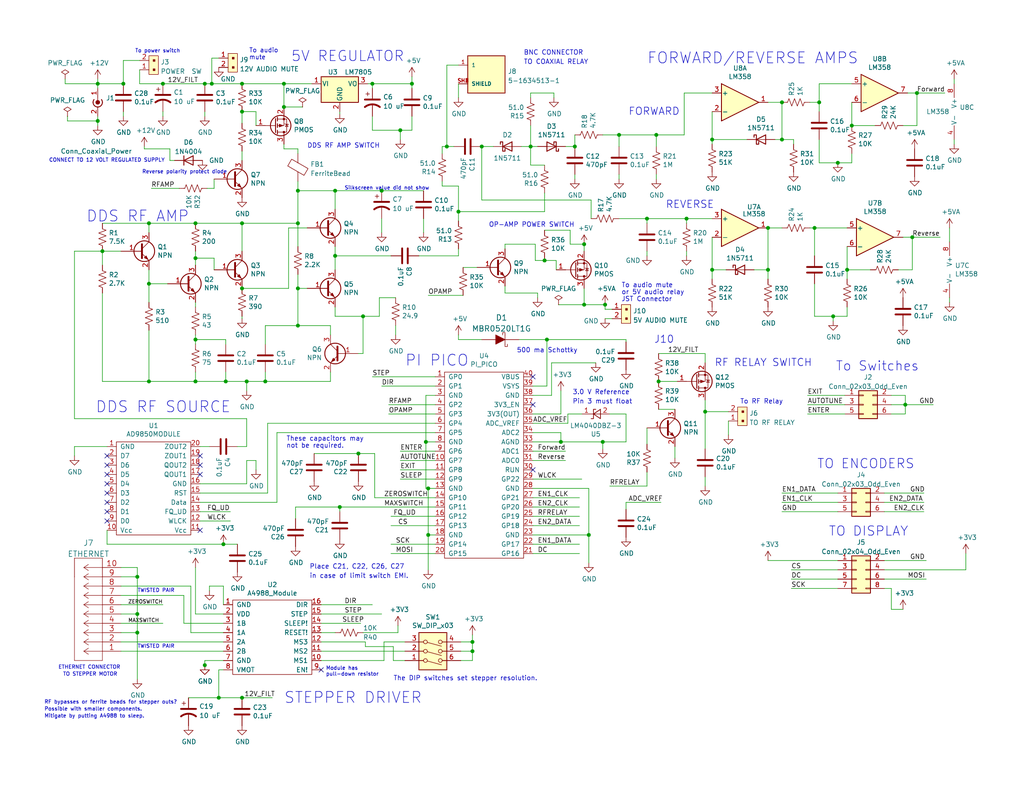
<source format=kicad_sch>
(kicad_sch (version 20211123) (generator eeschema)
  (paper "USLetter")
  (title_block (title "Pi Pico Magnetic Loop Controller 1.0") (date "2022-04-25") (rev "1.0") (comment 4 "Greg Raven"))
  (junction (at 33.655 22.86))
  (junction (at 153.035 120.65))
  (junction (at 53.34 92.71))
  (junction (at 61.595 104.14))
  (junction (at 37.465 167.64))
  (junction (at 44.45 22.86))
  (junction (at 125.095 57.785))
  (junction (at 168.91 36.83))
  (junction (at 128.905 175.26))
  (junction (at 194.31 73.66))
  (junction (at 209.55 73.66))
  (junction (at 77.47 29.21))
  (junction (at 121.92 40.005))
  (junction (at 128.905 177.8))
  (junction (at 248.92 64.77))
  (junction (at 40.64 104.14))
  (junction (at 144.78 40.005))
  (junction (at 159.385 66.675))
  (junction (at 109.22 35.56))
  (junction (at 40.64 77.47))
  (junction (at 149.225 92.71))
  (junction (at 66.04 190.5))
  (junction (at 179.07 36.83))
  (junction (at 116.84 133.35))
  (junction (at 37.465 157.48))
  (junction (at 66.04 60.96))
  (junction (at 213.36 38.1))
  (junction (at 27.94 68.58))
  (junction (at 232.41 34.29))
  (junction (at 247.015 110.49))
  (junction (at 99.06 86.36))
  (junction (at 156.845 40.005))
  (junction (at 112.395 22.86))
  (junction (at 37.465 172.72))
  (junction (at 66.04 22.86))
  (junction (at 209.55 62.23))
  (junction (at 222.25 62.23))
  (junction (at 165.1 83.185))
  (junction (at 53.34 70.485))
  (junction (at 159.385 83.185))
  (junction (at 53.34 104.14))
  (junction (at 160.655 146.05))
  (junction (at 223.52 27.94))
  (junction (at 57.785 22.86))
  (junction (at 72.39 104.14))
  (junction (at 164.465 120.65))
  (junction (at 213.36 27.94))
  (junction (at 59.69 190.5))
  (junction (at 60.96 148.59))
  (junction (at 148.59 71.12))
  (junction (at 227.33 86.36))
  (junction (at 55.88 22.86))
  (junction (at 116.84 146.05))
  (junction (at 91.44 69.85))
  (junction (at 176.53 59.69))
  (junction (at 179.705 104.14))
  (junction (at 192.405 112.395))
  (junction (at 228.6 44.45))
  (junction (at 66.04 30.48))
  (junction (at 131.445 40.005))
  (junction (at 81.28 78.74))
  (junction (at 67.31 104.14))
  (junction (at 104.14 52.07))
  (junction (at 26.67 33.02))
  (junction (at 116.205 120.65))
  (junction (at 91.44 52.07))
  (junction (at 97.79 123.825))
  (junction (at 26.67 22.86))
  (junction (at 194.31 38.1))
  (junction (at 231.14 73.66))
  (junction (at 81.28 88.9))
  (junction (at 250.19 25.4))
  (junction (at 92.71 138.43))
  (junction (at 77.47 22.86))
  (junction (at 55.88 181.61))
  (junction (at 81.28 60.96))
  (junction (at 101.6 22.86))
  (junction (at 187.325 59.69))
  (junction (at 40.64 60.96))
  (junction (at 53.34 60.96))
  (junction (at 81.28 52.07))
  (junction (at 66.04 78.74))
  (no_connect (at 145.415 128.27))
  (no_connect (at 29.21 127))
  (no_connect (at 54.61 124.46))
  (no_connect (at 29.21 142.24))
  (no_connect (at 29.21 124.46))
  (no_connect (at 54.61 127))
  (no_connect (at 87.63 182.88))
  (no_connect (at 145.415 110.49))
  (no_connect (at 29.21 134.62))
  (no_connect (at 29.21 129.54))
  (no_connect (at 29.21 132.08))
  (no_connect (at 54.61 144.78))
  (no_connect (at 29.21 139.7))
  (no_connect (at 145.415 102.87))
  (no_connect (at 54.61 129.54))
  (no_connect (at 29.21 137.16))
  (wire (pts (xy 222.25 86.36) (xy 227.33 86.36)))
  (wire (pts (xy 176.53 68.58) (xy 176.53 69.85)))
  (wire (pts (xy 151.765 73.66) (xy 151.765 71.12)))
  (wire (pts (xy 66.04 190.5) (xy 59.69 190.5)))
  (wire (pts (xy 103.505 81.28) (xy 107.95 81.28)))
  (wire (pts (xy 125.095 92.71) (xy 131.445 92.71)))
  (wire (pts (xy 150.495 107.95) (xy 145.415 107.95)))
  (wire (pts (xy 160.655 146.05) (xy 160.655 153.67)))
  (wire (pts (xy 118.745 120.65) (xy 116.205 120.65)))
  (wire (pts (xy 220.98 27.94) (xy 223.52 27.94)))
  (wire (pts (xy 61.595 92.71) (xy 53.34 92.71)))
  (wire (pts (xy 40.64 82.55) (xy 40.64 77.47)))
  (wire (pts (xy 192.405 112.395) (xy 192.405 122.555)))
  (wire (pts (xy 66.04 30.48) (xy 69.85 30.48)))
  (wire (pts (xy 128.905 175.26) (xy 128.905 177.8)))
  (wire (pts (xy 125.095 69.85) (xy 125.095 67.945)))
  (wire (pts (xy 232.41 22.86) (xy 223.52 22.86)))
  (wire (pts (xy 176.53 59.69) (xy 176.53 60.96)))
  (wire (pts (xy 52.07 160.02) (xy 52.07 172.72)))
  (wire (pts (xy 168.91 36.83) (xy 179.07 36.83)))
  (wire (pts (xy 164.465 120.65) (xy 170.815 120.65)))
  (wire (pts (xy 104.775 175.26) (xy 110.49 175.26)))
  (wire (pts (xy 66.04 60.96) (xy 66.04 68.58)))
  (wire (pts (xy 33.02 68.58) (xy 27.94 68.58)))
  (wire (pts (xy 50.165 162.56) (xy 50.165 170.18)))
  (wire (pts (xy 153.035 106.68) (xy 153.035 113.03)))
  (wire (pts (xy 53.34 83.82) (xy 53.34 82.55)))
  (wire (pts (xy 53.34 91.44) (xy 53.34 92.71)))
  (wire (pts (xy 228.6 153.035) (xy 209.55 153.035)))
  (wire (pts (xy 20.32 68.58) (xy 27.94 68.58)))
  (wire (pts (xy 243.205 113.03) (xy 247.015 113.03)))
  (wire (pts (xy 179.07 36.83) (xy 186.69 36.83)))
  (wire (pts (xy 220.98 62.23) (xy 222.25 62.23)))
  (wire (pts (xy 222.25 77.47) (xy 222.25 86.36)))
  (wire (pts (xy 91.44 86.36) (xy 91.44 83.82)))
  (wire (pts (xy 110.49 180.34) (xy 107.315 180.34)))
  (wire (pts (xy 227.33 86.36) (xy 231.14 86.36)))
  (wire (pts (xy 192.405 112.395) (xy 198.755 112.395)))
  (wire (pts (xy 156.845 47.625) (xy 156.845 48.895)))
  (wire (pts (xy 57.785 22.86) (xy 57.785 15.875)))
  (wire (pts (xy 179.705 96.52) (xy 192.405 96.52)))
  (wire (pts (xy 33.02 160.02) (xy 52.07 160.02)))
  (wire (pts (xy 151.13 25.4) (xy 151.13 26.67)))
  (wire (pts (xy 155.575 66.675) (xy 155.575 62.865)))
  (wire (pts (xy 187.325 59.69) (xy 187.325 60.96)))
  (wire (pts (xy 66.04 22.86) (xy 77.47 22.86)))
  (wire (pts (xy 69.85 30.48) (xy 69.85 34.29)))
  (wire (pts (xy 106.045 113.03) (xy 118.745 113.03)))
  (wire (pts (xy 243.205 160.655) (xy 243.205 166.37)))
  (wire (pts (xy 57.785 22.86) (xy 66.04 22.86)))
  (wire (pts (xy 161.29 54.61) (xy 161.29 59.69)))
  (wire (pts (xy 53.34 70.485) (xy 53.34 72.39)))
  (wire (pts (xy 170.815 113.03) (xy 166.37 113.03)))
  (wire (pts (xy 164.465 36.83) (xy 168.91 36.83)))
  (wire (pts (xy 125.095 60.325) (xy 125.095 57.785)))
  (wire (pts (xy 128.905 173.355) (xy 128.905 175.26)))
  (wire (pts (xy 259.08 62.23) (xy 259.08 66.04)))
  (wire (pts (xy 116.205 107.95) (xy 118.745 107.95)))
  (wire (pts (xy 118.745 140.97) (xy 106.68 140.97)))
  (wire (pts (xy 107.315 180.34) (xy 107.315 176.53)))
  (wire (pts (xy 33.02 165.1) (xy 44.45 165.1)))
  (wire (pts (xy 67.31 121.92) (xy 67.31 114.3)))
  (wire (pts (xy 37.465 172.72) (xy 33.02 172.72)))
  (wire (pts (xy 187.325 68.58) (xy 187.325 69.85)))
  (wire (pts (xy 241.3 137.16) (xy 252.095 137.16)))
  (wire (pts (xy 33.02 170.18) (xy 44.45 170.18)))
  (wire (pts (xy 220.345 113.03) (xy 230.505 113.03)))
  (wire (pts (xy 151.765 71.12) (xy 148.59 71.12)))
  (wire (pts (xy 118.745 128.27) (xy 109.22 128.27)))
  (wire (pts (xy 66.04 190.5) (xy 74.295 190.5)))
  (wire (pts (xy 33.02 175.26) (xy 60.96 175.26)))
  (wire (pts (xy 44.45 30.48) (xy 44.45 31.75)))
  (wire (pts (xy 100.33 22.86) (xy 101.6 22.86)))
  (wire (pts (xy 104.775 180.34) (xy 104.775 175.26)))
  (wire (pts (xy 165.1 86.995) (xy 167.005 86.995)))
  (wire (pts (xy 159.385 66.675) (xy 155.575 66.675)))
  (wire (pts (xy 250.19 25.4) (xy 250.19 34.29)))
  (wire (pts (xy 228.6 44.45) (xy 223.52 44.45)))
  (wire (pts (xy 17.78 22.86) (xy 26.67 22.86)))
  (wire (pts (xy 141.605 92.71) (xy 149.225 92.71)))
  (wire (pts (xy 92.71 138.43) (xy 92.71 139.7)))
  (wire (pts (xy 228.6 134.62) (xy 213.36 134.62)))
  (wire (pts (xy 87.63 177.8) (xy 110.49 177.8)))
  (wire (pts (xy 125.095 57.785) (xy 125.095 50.8)))
  (wire (pts (xy 112.395 20.955) (xy 112.395 22.86)))
  (wire (pts (xy 231.14 76.2) (xy 231.14 73.66)))
  (wire (pts (xy 144.78 40.005) (xy 144.78 45.085)))
  (wire (pts (xy 168.91 48.895) (xy 168.91 47.625)))
  (wire (pts (xy 37.465 157.48) (xy 33.02 157.48)))
  (wire (pts (xy 67.31 104.14) (xy 72.39 104.14)))
  (wire (pts (xy 18.415 33.02) (xy 26.67 33.02)))
  (wire (pts (xy 60.96 167.64) (xy 53.34 167.64)))
  (wire (pts (xy 61.595 92.71) (xy 61.595 93.98)))
  (wire (pts (xy 137.795 66.675) (xy 146.05 66.675)))
  (wire (pts (xy 159.385 66.675) (xy 159.385 68.58)))
  (wire (pts (xy 149.225 105.41) (xy 145.415 105.41)))
  (wire (pts (xy 27.94 104.14) (xy 40.64 104.14)))
  (wire (pts (xy 155.575 62.865) (xy 148.59 62.865)))
  (wire (pts (xy 33.02 162.56) (xy 50.165 162.56)))
  (wire (pts (xy 75.565 118.11) (xy 75.565 137.16)))
  (wire (pts (xy 179.705 111.76) (xy 184.15 111.76)))
  (wire (pts (xy 104.14 59.69) (xy 104.14 63.5)))
  (wire (pts (xy 246.38 64.77) (xy 248.92 64.77)))
  (wire (pts (xy 179.07 48.895) (xy 179.07 47.625)))
  (wire (pts (xy 125.73 177.8) (xy 128.905 177.8)))
  (wire (pts (xy 159.385 78.74) (xy 159.385 83.185)))
  (wire (pts (xy 66.04 30.48) (xy 66.04 33.655)))
  (wire (pts (xy 57.785 15.875) (xy 59.69 15.875)))
  (wire (pts (xy 67.31 106.68) (xy 67.31 104.14)))
  (wire (pts (xy 118.745 133.35) (xy 116.84 133.35)))
  (wire (pts (xy 54.61 132.08) (xy 67.31 132.08)))
  (wire (pts (xy 228.6 139.7) (xy 213.36 139.7)))
  (wire (pts (xy 60.96 165.1) (xy 60.96 160.02)))
  (wire (pts (xy 39.37 40.005) (xy 39.37 40.64)))
  (wire (pts (xy 37.465 154.94) (xy 33.02 154.94)))
  (wire (pts (xy 198.12 73.66) (xy 194.31 73.66)))
  (wire (pts (xy 55.88 181.61) (xy 55.88 180.34)))
  (wire (pts (xy 102.235 135.89) (xy 118.745 135.89)))
  (wire (pts (xy 40.64 60.96) (xy 53.34 60.96)))
  (wire (pts (xy 27.94 68.58) (xy 27.94 72.39)))
  (wire (pts (xy 66.04 60.96) (xy 81.28 60.96)))
  (wire (pts (xy 156.845 40.005) (xy 156.845 36.83)))
  (wire (pts (xy 120.65 50.8) (xy 125.095 50.8)))
  (wire (pts (xy 160.655 133.35) (xy 160.655 146.05)))
  (wire (pts (xy 125.095 91.44) (xy 125.095 92.71)))
  (wire (pts (xy 184.785 104.14) (xy 179.705 104.14)))
  (wire (pts (xy 101.6 22.86) (xy 112.395 22.86)))
  (wire (pts (xy 37.465 167.64) (xy 37.465 172.72)))
  (wire (pts (xy 53.34 167.64) (xy 53.34 154.94)))
  (wire (pts (xy 104.14 105.41) (xy 118.745 105.41)))
  (wire (pts (xy 33.655 30.48) (xy 33.655 31.75)))
  (wire (pts (xy 26.67 33.02) (xy 26.67 34.29)))
  (wire (pts (xy 91.44 73.66) (xy 91.44 69.85)))
  (wire (pts (xy 170.815 137.16) (xy 180.34 137.16)))
  (wire (pts (xy 26.67 22.86) (xy 33.655 22.86)))
  (wire (pts (xy 215.9 155.575) (xy 228.6 155.575)))
  (wire (pts (xy 55.88 30.48) (xy 55.88 31.75)))
  (wire (pts (xy 153.035 118.11) (xy 153.035 120.65)))
  (wire (pts (xy 104.14 52.07) (xy 115.57 52.07)))
  (wire (pts (xy 17.78 21.59) (xy 17.78 22.86)))
  (wire (pts (xy 61.595 104.14) (xy 67.31 104.14)))
  (wire (pts (xy 29.21 144.78) (xy 29.21 148.59)))
  (wire (pts (xy 101.6 102.87) (xy 118.745 102.87)))
  (wire (pts (xy 213.36 137.16) (xy 228.6 137.16)))
  (wire (pts (xy 118.745 151.13) (xy 106.68 151.13)))
  (wire (pts (xy 192.405 99.06) (xy 192.405 96.52)))
  (wire (pts (xy 145.415 113.03) (xy 153.035 113.03)))
  (wire (pts (xy 145.415 135.89) (xy 158.115 135.89)))
  (wire (pts (xy 87.63 167.64) (xy 104.14 167.64)))
  (wire (pts (xy 54.61 137.16) (xy 75.565 137.16)))
  (wire (pts (xy 176.53 128.905) (xy 176.53 132.715)))
  (wire (pts (xy 148.59 45.085) (xy 144.78 45.085)))
  (wire (pts (xy 33.655 22.86) (xy 33.655 16.51)))
  (wire (pts (xy 40.64 77.47) (xy 45.72 77.47)))
  (wire (pts (xy 232.41 34.29) (xy 232.41 27.94)))
  (wire (pts (xy 194.31 73.66) (xy 194.31 76.2)))
  (wire (pts (xy 137.795 78.105) (xy 137.795 80.01)))
  (wire (pts (xy 26.67 31.75) (xy 26.67 33.02)))
  (wire (pts (xy 54.61 134.62) (xy 73.025 134.62)))
  (wire (pts (xy 165.1 83.185) (xy 165.1 84.455)))
  (wire (pts (xy 64.77 121.92) (xy 67.31 121.92)))
  (wire (pts (xy 81.28 67.31) (xy 81.28 60.96)))
  (wire (pts (xy 259.08 81.28) (xy 259.08 82.55)))
  (wire (pts (xy 142.24 40.005) (xy 144.78 40.005)))
  (wire (pts (xy 153.035 120.65) (xy 164.465 120.65)))
  (wire (pts (xy 186.69 25.4) (xy 194.31 25.4)))
  (wire (pts (xy 241.3 134.62) (xy 252.095 134.62)))
  (wire (pts (xy 77.47 29.21) (xy 82.55 29.21)))
  (wire (pts (xy 87.63 172.72) (xy 91.44 172.72)))
  (wire (pts (xy 54.61 139.7) (xy 62.865 139.7)))
  (wire (pts (xy 109.22 35.56) (xy 112.395 35.56)))
  (wire (pts (xy 126.365 80.645) (xy 116.84 80.645)))
  (wire (pts (xy 241.3 160.655) (xy 243.205 160.655)))
  (wire (pts (xy 109.22 130.81) (xy 118.745 130.81)))
  (wire (pts (xy 209.55 73.66) (xy 209.55 62.23)))
  (wire (pts (xy 192.405 109.22) (xy 192.405 112.395)))
  (wire (pts (xy 66.04 78.74) (xy 78.74 78.74)))
  (wire (pts (xy 77.47 39.37) (xy 77.47 40.64)))
  (wire (pts (xy 103.505 86.36) (xy 103.505 81.28)))
  (wire (pts (xy 118.745 123.19) (xy 109.22 123.19)))
  (wire (pts (xy 149.225 105.41) (xy 149.225 92.71)))
  (wire (pts (xy 118.745 148.59) (xy 106.68 148.59)))
  (wire (pts (xy 215.9 160.655) (xy 228.6 160.655)))
  (wire (pts (xy 237.49 73.66) (xy 231.14 73.66)))
  (wire (pts (xy 81.28 88.9) (xy 90.17 88.9)))
  (wire (pts (xy 29.21 148.59) (xy 60.96 148.59)))
  (wire (pts (xy 81.28 52.07) (xy 81.28 60.96)))
  (wire (pts (xy 99.06 172.72) (xy 108.585 172.72)))
  (wire (pts (xy 137.795 67.945) (xy 137.795 66.675)))
  (wire (pts (xy 213.36 38.1) (xy 216.535 38.1)))
  (wire (pts (xy 120.65 40.005) (xy 120.65 41.91)))
  (wire (pts (xy 75.565 118.11) (xy 118.745 118.11)))
  (wire (pts (xy 87.63 165.1) (xy 101.6 165.1)))
  (wire (pts (xy 78.74 62.23) (xy 78.74 78.74)))
  (wire (pts (xy 170.815 139.065) (xy 170.815 137.16)))
  (wire (pts (xy 154.94 115.57) (xy 154.94 113.03)))
  (wire (pts (xy 102.235 123.825) (xy 102.235 135.89)))
  (wire (pts (xy 73.025 115.57) (xy 118.745 115.57)))
  (wire (pts (xy 44.45 22.86) (xy 55.88 22.86)))
  (wire (pts (xy 116.84 146.05) (xy 116.84 133.35)))
  (wire (pts (xy 131.445 54.61) (xy 161.29 54.61)))
  (wire (pts (xy 58.42 51.435) (xy 56.515 51.435)))
  (wire (pts (xy 241.3 153.035) (xy 252.73 153.035)))
  (wire (pts (xy 53.34 68.58) (xy 53.34 70.485)))
  (wire (pts (xy 60.96 182.88) (xy 59.69 182.88)))
  (wire (pts (xy 57.15 160.02) (xy 57.15 161.29)))
  (wire (pts (xy 223.52 27.94) (xy 223.52 30.48)))
  (wire (pts (xy 222.25 62.23) (xy 231.14 62.23)))
  (wire (pts (xy 18.415 31.75) (xy 18.415 33.02)))
  (wire (pts (xy 60.96 160.02) (xy 57.15 160.02)))
  (wire (pts (xy 176.53 59.69) (xy 187.325 59.69)))
  (wire (pts (xy 27.94 80.01) (xy 27.94 104.14)))
  (wire (pts (xy 145.415 130.81) (xy 158.75 130.81)))
  (wire (pts (xy 78.74 62.23) (xy 83.82 62.23)))
  (wire (pts (xy 116.205 120.65) (xy 116.205 107.95)))
  (wire (pts (xy 46.355 43.815) (xy 47.625 43.815)))
  (wire (pts (xy 58.42 70.485) (xy 58.42 73.66)))
  (wire (pts (xy 58.42 48.895) (xy 58.42 51.435)))
  (wire (pts (xy 55.88 22.86) (xy 57.785 22.86)))
  (wire (pts (xy 187.325 59.69) (xy 194.31 59.69)))
  (wire (pts (xy 128.905 177.8) (xy 128.905 180.34)))
  (wire (pts (xy 125.095 22.86) (xy 125.095 26.67)))
  (wire (pts (xy 145.415 148.59) (xy 158.115 148.59)))
  (wire (pts (xy 250.19 34.29) (xy 246.38 34.29)))
  (wire (pts (xy 227.33 87.63) (xy 227.33 86.36)))
  (wire (pts (xy 211.455 38.1) (xy 213.36 38.1)))
  (wire (pts (xy 120.65 49.53) (xy 120.65 50.8)))
  (wire (pts (xy 77.47 40.64) (xy 81.28 40.64)))
  (wire (pts (xy 144.78 34.29) (xy 144.78 40.005)))
  (wire (pts (xy 33.655 16.51) (xy 38.1 16.51)))
  (wire (pts (xy 125.095 57.785) (xy 148.59 57.785)))
  (wire (pts (xy 131.445 40.005) (xy 131.445 54.61)))
  (wire (pts (xy 243.205 107.95) (xy 247.015 107.95)))
  (wire (pts (xy 53.34 104.14) (xy 53.34 101.6)))
  (wire (pts (xy 90.17 91.44) (xy 90.17 88.9)))
  (wire (pts (xy 146.685 80.01) (xy 146.685 81.28)))
  (wire (pts (xy 220.345 107.95) (xy 230.505 107.95)))
  (wire (pts (xy 39.37 40.64) (xy 46.355 40.64)))
  (wire (pts (xy 91.44 69.85) (xy 106.68 69.85)))
  (wire (pts (xy 54.61 142.24) (xy 62.865 142.24)))
  (wire (pts (xy 150.495 107.95) (xy 150.495 99.06)))
  (wire (pts (xy 81.28 40.64) (xy 81.28 41.91)))
  (wire (pts (xy 91.44 57.15) (xy 91.44 52.07)))
  (wire (pts (xy 148.59 57.785) (xy 148.59 52.705)))
  (wire (pts (xy 37.465 172.72) (xy 37.465 185.42)))
  (wire (pts (xy 29.21 121.92) (xy 20.32 121.92)))
  (wire (pts (xy 216.535 38.1) (xy 216.535 39.37)))
  (wire (pts (xy 72.39 88.9) (xy 81.28 88.9)))
  (wire (pts (xy 37.465 167.64) (xy 37.465 157.48)))
  (wire (pts (xy 222.25 69.85) (xy 222.25 62.23)))
  (wire (pts (xy 106.045 110.49) (xy 118.745 110.49)))
  (wire (pts (xy 144.78 25.4) (xy 151.13 25.4)))
  (wire (pts (xy 53.34 70.485) (xy 58.42 70.485)))
  (wire (pts (xy 228.6 158.115) (xy 215.9 158.115)))
  (wire (pts (xy 46.355 40.64) (xy 46.355 43.815)))
  (wire (pts (xy 26.67 22.86) (xy 26.67 24.13)))
  (wire (pts (xy 87.63 170.18) (xy 98.425 170.18)))
  (wire (pts (xy 194.31 38.1) (xy 194.31 39.37)))
  (wire (pts (xy 165.1 83.185) (xy 159.385 83.185)))
  (wire (pts (xy 53.34 60.96) (xy 66.04 60.96)))
  (wire (pts (xy 247.015 113.03) (xy 247.015 110.49)))
  (wire (pts (xy 231.14 86.36) (xy 231.14 83.82)))
  (wire (pts (xy 85.725 123.825) (xy 97.79 123.825)))
  (wire (pts (xy 81.28 52.07) (xy 91.44 52.07)))
  (wire (pts (xy 168.91 59.69) (xy 176.53 59.69)))
  (wire (pts (xy 263.525 155.575) (xy 263.525 151.13)))
  (wire (pts (xy 145.415 138.43) (xy 158.115 138.43)))
  (wire (pts (xy 260.35 21.59) (xy 260.35 22.86)))
  (wire (pts (xy 170.815 92.71) (xy 170.815 93.345)))
  (wire (pts (xy 99.06 86.36) (xy 91.44 86.36)))
  (wire (pts (xy 66.04 41.275) (xy 66.04 43.815)))
  (wire (pts (xy 121.92 17.78) (xy 121.92 40.005)))
  (wire (pts (xy 238.76 34.29) (xy 232.41 34.29)))
  (wire (pts (xy 137.795 80.01) (xy 146.685 80.01)))
  (wire (pts (xy 145.415 146.05) (xy 160.655 146.05)))
  (wire (pts (xy 192.405 130.175) (xy 192.405 132.715)))
  (wire (pts (xy 101.6 24.13) (xy 101.6 22.86)))
  (wire (pts (xy 220.345 110.49) (xy 230.505 110.49)))
  (wire (pts (xy 125.095 17.78) (xy 121.92 17.78)))
  (wire (pts (xy 116.84 146.05) (xy 116.84 155.575)))
  (wire (pts (xy 91.44 52.07) (xy 104.14 52.07)))
  (wire (pts (xy 250.19 25.4) (xy 257.81 25.4)))
  (wire (pts (xy 116.205 133.35) (xy 116.205 120.65)))
  (wire (pts (xy 241.3 139.7) (xy 252.095 139.7)))
  (wire (pts (xy 40.64 104.14) (xy 53.34 104.14)))
  (wire (pts (xy 149.225 92.71) (xy 170.815 92.71)))
  (wire (pts (xy 146.05 71.12) (xy 146.05 66.675)))
  (wire (pts (xy 205.74 73.66) (xy 209.55 73.66)))
  (wire (pts (xy 67.31 132.08) (xy 67.31 125.73)))
  (wire (pts (xy 186.69 25.4) (xy 186.69 36.83)))
  (wire (pts (xy 247.015 107.95) (xy 247.015 110.49)))
  (wire (pts (xy 213.36 27.94) (xy 213.36 38.1)))
  (wire (pts (xy 107.315 176.53) (xy 99.695 176.53)))
  (wire (pts (xy 145.415 133.35) (xy 160.655 133.35)))
  (wire (pts (xy 81.28 49.53) (xy 81.28 52.07)))
  (wire (pts (xy 115.57 59.69) (xy 115.57 63.5)))
  (wire (pts (xy 247.015 110.49) (xy 254.635 110.49)))
  (wire (pts (xy 184.15 121.92) (xy 184.15 125.095)))
  (wire (pts (xy 243.205 110.49) (xy 247.015 110.49)))
  (wire (pts (xy 112.395 24.13) (xy 112.395 22.86)))
  (wire (pts (xy 130.175 73.025) (xy 126.365 73.025)))
  (wire (pts (xy 164.465 120.65) (xy 164.465 122.555)))
  (wire (pts (xy 38.1 22.86) (xy 38.1 19.05)))
  (wire (pts (xy 243.205 166.37) (xy 246.38 166.37)))
  (wire (pts (xy 248.92 73.66) (xy 248.92 64.77)))
  (wire (pts (xy 72.39 101.6) (xy 72.39 104.14)))
  (wire (pts (xy 37.465 157.48) (xy 37.465 154.94)))
  (wire (pts (xy 92.71 138.43) (xy 118.745 138.43)))
  (wire (pts (xy 87.63 180.34) (xy 104.775 180.34)))
  (wire (pts (xy 44.45 22.86) (xy 38.1 22.86)))
  (wire (pts (xy 145.415 151.13) (xy 158.115 151.13)))
  (wire (pts (xy 145.415 115.57) (xy 154.94 115.57)))
  (wire (pts (xy 118.745 146.05) (xy 116.84 146.05)))
  (wire (pts (xy 223.52 44.45) (xy 223.52 38.1)))
  (wire (pts (xy 54.61 121.92) (xy 57.15 121.92)))
  (wire (pts (xy 67.31 114.3) (xy 20.32 114.3)))
  (wire (pts (xy 109.22 38.1) (xy 109.22 35.56)))
  (wire (pts (xy 40.64 90.17) (xy 40.64 104.14)))
  (wire (pts (xy 90.17 101.6) (xy 90.17 104.14)))
  (wire (pts (xy 69.85 125.73) (xy 69.85 128.27)))
  (wire (pts (xy 150.495 99.06) (xy 162.56 99.06)))
  (wire (pts (xy 80.645 138.43) (xy 92.71 138.43)))
  (wire (pts (xy 99.695 175.26) (xy 87.63 175.26)))
  (wire (pts (xy 72.39 93.98) (xy 72.39 88.9)))
  (wire (pts (xy 194.31 38.1) (xy 203.835 38.1)))
  (wire (pts (xy 148.59 71.12) (xy 146.05 71.12)))
  (wire (pts (xy 60.96 148.59) (xy 64.77 148.59)))
  (wire (pts (xy 40.64 60.96) (xy 40.64 63.5)))
  (wire (pts (xy 67.31 125.73) (xy 69.85 125.73)))
  (wire (pts (xy 40.64 73.66) (xy 40.64 77.47)))
  (wire (pts (xy 60.96 170.18) (xy 50.165 170.18)))
  (wire (pts (xy 144.78 40.005) (xy 146.685 40.005)))
  (wire (pts (xy 231.14 73.66) (xy 231.14 67.31)))
  (wire (pts (xy 152.4 83.185) (xy 159.385 83.185)))
  (wire (pts (xy 97.79 123.825) (xy 102.235 123.825)))
  (wire (pts (xy 154.305 40.005) (xy 156.845 40.005)))
  (wire (pts (xy 118.745 125.73) (xy 109.22 125.73)))
  (wire (pts (xy 52.07 172.72) (xy 60.96 172.72)))
  (wire (pts (xy 80.645 141.605) (xy 80.645 138.43)))
  (wire (pts (xy 170.815 120.65) (xy 170.815 113.03)))
  (wire (pts (xy 27.94 60.96) (xy 40.64 60.96)))
  (wire (pts (xy 101.6 31.75) (xy 101.6 35.56)))
  (wire (pts (xy 145.415 140.97) (xy 158.115 140.97)))
  (wire (pts (xy 179.07 40.005) (xy 179.07 36.83)))
  (wire (pts (xy 145.415 125.73) (xy 154.305 125.73)))
  (wire (pts (xy 20.32 121.92) (xy 20.32 124.46)))
  (wire (pts (xy 125.73 175.26) (xy 128.905 175.26)))
  (wire (pts (xy 33.02 177.8) (xy 60.96 177.8)))
  (wire (pts (xy 99.06 86.36) (xy 103.505 86.36)))
  (wire (pts (xy 232.41 41.91) (xy 232.41 44.45)))
  (wire (pts (xy 91.44 69.85) (xy 91.44 67.31)))
  (wire (pts (xy 125.73 180.34) (xy 128.905 180.34)))
  (wire (pts (xy 168.91 40.005) (xy 168.91 36.83)))
  (wire (pts (xy 33.02 167.64) (xy 37.465 167.64)))
  (wire (pts (xy 116.84 133.35) (xy 116.205 133.35)))
  (wire (pts (xy 194.31 64.77) (xy 194.31 73.66)))
  (wire (pts (xy 260.35 38.1) (xy 260.35 39.37)))
  (wire (pts (xy 20.32 114.3) (xy 20.32 68.58)))
  (wire (pts (xy 145.415 123.19) (xy 154.305 123.19)))
  (wire (pts (xy 121.92 40.005) (xy 120.65 40.005)))
  (wire (pts (xy 198.755 114.935) (xy 198.755 118.745)))
  (wire (pts (xy 223.52 22.86) (xy 223.52 27.94)))
  (wire (pts (xy 48.895 51.435) (xy 41.275 51.435)))
  (wire (pts (xy 51.435 190.5) (xy 59.69 190.5)))
  (wire (pts (xy 99.06 86.36) (xy 99.06 96.52)))
  (wire (pts (xy 53.34 104.14) (xy 61.595 104.14)))
  (wire (pts (xy 123.825 40.005) (xy 121.92 40.005)))
  (wire (pts (xy 247.65 25.4) (xy 250.19 25.4)))
  (wire (pts (xy 59.69 182.88) (xy 59.69 190.5)))
  (wire (pts (xy 61.595 101.6) (xy 61.595 104.14)))
  (wire (pts (xy 145.415 118.11) (xy 153.035 118.11)))
  (wire (pts (xy 77.47 22.86) (xy 85.09 22.86)))
  (wire (pts (xy 131.445 40.005) (xy 134.62 40.005)))
  (wire (pts (xy 145.415 120.65) (xy 153.035 120.65)))
  (wire (pts (xy 148.59 70.485) (xy 148.59 71.12)))
  (wire (pts (xy 209.55 73.66) (xy 209.55 76.2)))
  (wire (pts (xy 241.3 155.575) (xy 263.525 155.575)))
  (wire (pts (xy 112.395 31.75) (xy 112.395 35.56)))
  (wire (pts (xy 248.92 64.77) (xy 256.54 64.77)))
  (wire (pts (xy 176.53 116.84) (xy 176.53 121.285)))
  (wire (pts (xy 108.585 170.815) (xy 108.585 172.72)))
  (wire (pts (xy 209.55 27.94) (xy 213.36 27.94)))
  (wire (pts (xy 107.95 91.44) (xy 107.95 88.9)))
  (wire (pts (xy 92.71 30.48) (xy 92.71 31.115)))
  (wire (pts (xy 144.78 26.67) (xy 144.78 25.4)))
  (wire (pts (xy 114.3 69.85) (xy 125.095 69.85)))
  (wire (pts (xy 101.6 35.56) (xy 109.22 35.56)))
  (wire (pts (xy 66.04 86.36) (xy 66.04 86.995)))
  (wire (pts (xy 232.41 44.45) (xy 228.6 44.45)))
  (wire (pts (xy 81.28 78.74) (xy 83.82 78.74)))
  (wire (pts (xy 106.68 143.51) (xy 118.745 143.51)))
  (wire (pts (xy 55.88 180.34) (xy 60.96 180.34)))
  (wire (pts (xy 145.415 143.51) (xy 158.115 143.51)))
  (wire (pts (xy 176.53 132.715) (xy 166.37 132.715)))
  (wire (pts (xy 165.1 84.455) (xy 167.005 84.455)))
  (wire (pts (xy 81.28 78.74) (xy 81.28 88.9)))
  (wire (pts (xy 99.695 176.53) (xy 99.695 175.26)))
  (wire (pts (xy 97.79 96.52) (xy 99.06 96.52)))
  (wire (pts (xy 81.28 74.93) (xy 81.28 78.74)))
  (wire (pts (xy 241.3 158.115) (xy 252.73 158.115)))
  (wire (pts (xy 26.67 21.59) (xy 26.67 22.86)))
  (wire (pts (xy 154.94 113.03) (xy 158.75 113.03)))
  (wire (pts (xy 77.47 22.86) (xy 77.47 29.21)))
  (wire (pts (xy 72.39 104.14) (xy 90.17 104.14)))
  (wire (pts (xy 194.31 30.48) (xy 194.31 38.1)))
  (wire (pts (xy 209.55 62.23) (xy 213.36 62.23)))
  (wire (pts (xy 53.34 92.71) (xy 53.34 93.98)))
  (wire (pts (xy 245.11 73.66) (xy 248.92 73.66)))
  (wire (pts (xy 73.025 115.57) (xy 73.025 134.62)))
  (text "To RF Relay" (at 201.93 110.49 0) (effects (font (size 1.27 1.27)) (justify left bottom)))
  (text "CONNECT TO 12 VOLT REGULATED SUPPLY" (at 13.335 44.45 0) (effects (font (size 0.9906 0.9906)) (justify left bottom)))
  (text "PI PICO" (at 110.49 100.33 0) (effects (font (size 2.9972 2.9972)) (justify left bottom)))
  (text "STEPPER DRIVER" (at 77.47 192.405 0) (effects (font (size 2.9972 2.9972)) (justify left bottom)))
  (text "To audio mute" (at 169.545 78.74 0) (effects (font (size 1.27 1.27)) (justify left bottom)))
  (text "JST Connector" (at 169.545 82.55 0) (effects (font (size 1.27 1.27)) (justify left bottom)))
  (text "The DIP switches set stepper resolution." (at 107.315 186.055 0) (effects (font (size 1.27 1.27)) (justify left bottom)))
  (text "BNC CONNECTOR" (at 142.875 15.24 0) (effects (font (size 1.27 1.27)) (justify left bottom)))
  (text "To Switches" (at 227.965 101.6 0) (effects (font (size 2.54 2.54)) (justify left bottom)))
  (text "Reverse polarity protect diode" (at 38.735 47.625 0) (effects (font (size 1 1)) (justify left bottom)))
  (text "DDS RF AMP SWITCH" (at 83.82 40.64 0) (effects (font (size 1.27 1.27)) (justify left bottom)))
  (text "or 5V audio relay" (at 169.545 80.645 0) (effects (font (size 1.27 1.27)) (justify left bottom)))
  (text "TWISTED PAIR" (at 37.465 177.165 0) (effects (font (size 0.9906 0.9906)) (justify left bottom)))
  (text "ETHERNET CONNECTOR" (at 15.875 182.88 0) (effects (font (size 0.9906 0.9906)) (justify left bottom)))
  (text "Silkscreen value did not show" (at 93.98 52.07 0) (effects (font (size 1 1)) (justify left bottom)))
  (text "Module has \npull-down resistor" (at 88.9 184.785 0) (effects (font (size 1 1)) (justify left bottom)))
  (text "TO STEPPER MOTOR" (at 17.145 184.785 0) (effects (font (size 0.9906 0.9906)) (justify left bottom)))
  (text "J10" (at 178.435 93.98 0) (effects (font (size 2.0066 2.0066)) (justify left bottom)))
  (text "RF bypasses or ferrite beads for stepper outs?" (at 12.065 192.405 0) (effects (font (size 1 1)) (justify left bottom)))
  (text "OP-AMP POWER SWITCH" (at 133.35 62.23 0) (effects (font (size 1.27 1.27)) (justify left bottom)))
  (text "5V REGULATOR" (at 79.375 17.145 0) (effects (font (size 2.8 2.8)) (justify left bottom)))
  (text "REVERSE" (at 181.61 57.15 0) (effects (font (size 2.0066 2.0066)) (justify left bottom)))
  (text "To audio" (at 67.945 14.605 0) (effects (font (size 1.2 1.2)) (justify left bottom)))
  (text "To power switch" (at 36.83 14.605 0) (effects (font (size 1 1)) (justify left bottom)))
  (text "DDS RF SOURCE" (at 26.035 113.03 0) (effects (font (size 2.9972 2.9972)) (justify left bottom)))
  (text "TO COAXIAL RELAY" (at 142.875 17.78 0) (effects (font (size 1.27 1.27)) (justify left bottom)))
  (text "Place C21, C22, C26, C27" (at 84.455 155.575 0) (effects (font (size 1.27 1.27)) (justify left bottom)))
  (text "TO ENCODERS" (at 222.885 128.27 0) (effects (font (size 2.54 2.54)) (justify left bottom)))
  (text "500 ma Schottky" (at 140.97 96.52 0) (effects (font (size 1.27 1.27)) (justify left bottom)))
  (text "FORWARD" (at 171.45 31.75 0) (effects (font (size 2.0066 2.0066)) (justify left bottom)))
  (text "DDS RF AMP" (at 23.495 60.96 0) (effects (font (size 2.9972 2.9972)) (justify left bottom)))
  (text "TWISTED PAIR" (at 37.465 161.925 0) (effects (font (size 0.9906 0.9906)) (justify left bottom)))
  (text "These capacitors may" (at 78.105 120.65 0) (effects (font (size 1.27 1.27)) (justify left bottom)))
  (text "Possible with smaller components." (at 12.065 194.31 0) (effects (font (size 1 1)) (justify left bottom)))
  (text "TO DISPLAY" (at 226.06 146.685 0) (effects (font (size 2.54 2.54)) (justify left bottom)))
  (text "Mitigate by putting A4988 to sleep." (at 12.065 196.215 0) (effects (font (size 1 1)) (justify left bottom)))
  (text "FORWARD/REVERSE AMPS" (at 176.53 17.78 0) (effects (font (size 2.9972 2.9972)) (justify left bottom)))
  (text "Pin 3 must float" (at 156.21 110.49 0) (effects (font (size 1.27 1.27)) (justify left bottom)))
  (text "3.0 V Reference" (at 156.21 107.95 0) (effects (font (size 1.27 1.27)) (justify left bottom)))
  (text "mute" (at 67.945 16.51 0) (effects (font (size 1.2 1.2)) (justify left bottom)))
  (text "not be required." (at 78.105 122.555 0) (effects (font (size 1.27 1.27)) (justify left bottom)))
  (text "RF RELAY SWITCH" (at 194.945 100.33 0) (effects (font (size 2.0066 2.0066)) (justify left bottom)))
  (text "in case of limit switch EMI." (at 84.455 158.115 0) (effects (font (size 1.27 1.27)) (justify left bottom)))
  (label "SCK" (at 215.9 160.655 0))
  (label "ADC_VREF" (at 171.45 137.16 0))
  (label "12V_FILT" (at 182.245 96.52 0))
  (label "GND" (at 248.285 134.62 0))
  (label "ADC_VREF" (at 145.415 115.57 0))
  (label "Reverse" (at 146.685 125.73 0))
  (label "EN1_DATA" (at 213.36 134.62 0))
  (label "Forward" (at 146.685 123.19 0))
  (label "ENTER" (at 109.22 123.19 0))
  (label "WLCK" (at 56.515 142.24 0))
  (label "12V_FILT" (at 45.72 22.86 0))
  (label "RFAMP" (at 41.275 51.435 0))
  (label "GND" (at 248.285 153.035 0))
  (label "EN2_DATA" (at 146.685 143.51 0))
  (label "STEP" (at 93.98 167.64 0))
  (label "SCK" (at 107.95 148.59 0))
  (label "AUTOTUNE" (at 109.22 125.73 0))
  (label "FQ_UD" (at 107.315 140.97 0))
  (label "EXIT" (at 109.22 128.27 0))
  (label "DC" (at 146.685 151.13 0))
  (label "STEP" (at 101.6 102.87 0))
  (label "Forward" (at 250.19 25.4 0))
  (label "GND" (at 250.825 110.49 0))
  (label "RFRELAY" (at 166.37 132.715 0))
  (label "12V_FILT" (at 66.675 190.5 0))
  (label "ZEROSWITCH" (at 104.775 135.89 0))
  (label "AUTOTUNE" (at 220.345 110.49 0))
  (label "FQ_UD" (at 56.515 139.7 0))
  (label "EN1_DATA" (at 146.685 148.59 0))
  (label "EN1_CLK" (at 146.685 135.89 0))
  (label "OPAMP" (at 116.84 80.645 0))
  (label "SLEEP" (at 109.22 130.81 0))
  (label "EXIT" (at 220.345 107.95 0))
  (label "CS" (at 215.9 155.575 0))
  (label "EN1_CLK" (at 213.36 137.16 0))
  (label "RFAMP" (at 106.045 110.49 0))
  (label "DC" (at 215.9 158.115 0))
  (label "OPAMP" (at 106.045 113.03 0))
  (label "DIR" (at 93.98 165.1 0))
  (label "WLCK" (at 146.685 130.81 0))
  (label "Reverse" (at 248.92 64.77 0))
  (label "EN2_DATA" (at 242.57 137.16 0))
  (label "EN2_CLK" (at 146.685 138.43 0))
  (label "EN2_CLK" (at 243.84 139.7 0))
  (label "ENTER" (at 220.345 113.03 0))
  (label "DIR" (at 104.14 105.41 0))
  (label "ZEROSWITCH" (at 34.925 165.1 0) (effects (font (size 1 1))))
  (label "GND" (at 213.36 139.7 0))
  (label "MOSI" (at 107.95 151.13 0))
  (label "MAXSWITCH" (at 34.925 170.18 0) (effects (font (size 1 1))))
  (label "MOSI" (at 247.65 158.115 0))
  (label "SLEEP" (at 93.345 170.18 0))
  (label "MAXSWITCH" (at 104.775 138.43 0))
  (label "RFRELAY" (at 146.685 140.97 0))
  (label "CS" (at 108.585 143.51 0))
  (symbol (lib_id "ad9850:AD9850MODULE") (at 41.91 133.35 0) (unit 1)
    (property "Reference" "U1" (at 41.91 116.205 0))
    (property "Value" "AD9850MODULE" (at 41.91 118.5164 0))
    (property "Footprint" "magloop_pico:AD9850_MODULE" (effects hide))
  )
  (symbol (lib_id "PI_Pico:PI_PICO") (at 132.715 124.46 0) (unit 1)
    (property "Reference" "U4" (at 132.08 97.155 0))
    (property "Value" "PI_PICO" (at 132.08 99.4664 0))
    (property "Footprint" "magloop_pico:PI_PICO" (effects hide))
  )
  (symbol (lib_id "Regulator_Linear:LM7805_TO220") (at 92.71 22.86 0) (unit 1)
    (property "Reference" "U3" (at 90.805 19.685 0))
    (property "Value" "LM7805" (at 97.79 19.685 0))
    (property "Footprint" "Package_TO_SOT_THT:TO-220-3_Vertical" (effects hide))
    (property "Datasheet" "https://www.onsemi.cn/PowerSolutions/document/MC7800-D.PDF" (effects hide))
  )
  (symbol (lib_id "Device:R_US") (at 27.94 64.77 0) (unit 1)
    (property "Reference" "R1" (at 29.6672 63.6016 0) (effects (justify left)))
    (property "Value" "7.5K" (at 29.6672 65.913 0) (effects (justify left)))
    (property "Footprint" "Resistor_SMD:R_1206_3216Metric_Pad1.30x1.75mm_HandSolder" (effects hide))
  )
  (symbol (lib_id "Device:R_US") (at 27.94 76.2 0) (unit 1)
    (property "Reference" "R2" (at 29.6672 75.0316 0) (effects (justify left)))
    (property "Value" "2.7K" (at 29.6672 77.343 0) (effects (justify left)))
    (property "Footprint" "Resistor_SMD:R_1206_3216Metric_Pad1.30x1.75mm_HandSolder" (effects hide))
  )
  (symbol (lib_id "Device:R_US") (at 40.64 86.36 0) (unit 1)
    (property "Reference" "R3" (at 42.3672 85.1916 0) (effects (justify left)))
    (property "Value" "510" (at 42.3672 87.503 0) (effects (justify left)))
    (property "Footprint" "Resistor_SMD:R_1206_3216Metric_Pad1.30x1.75mm_HandSolder" (effects hide))
  )
  (symbol (lib_id "Device:R_US") (at 53.34 87.63 0) (unit 1)
    (property "Reference" "R5" (at 55.0672 86.4616 0) (effects (justify left)))
    (property "Value" "43" (at 55.0672 88.773 0) (effects (justify left)))
    (property "Footprint" "Resistor_SMD:R_1206_3216Metric_Pad1.30x1.75mm_HandSolder" (effects hide))
  )
  (symbol (lib_id "Connector:Conn_Coaxial_Power") (at 26.67 26.67 0) (unit 1)
    (property "Reference" "J1" (at 28.9052 26.7716 0) (effects (justify left)))
    (property "Value" "Conn_Coaxial_Power" (at 16.51 41.275 0) (effects (justify left)))
    (property "Footprint" "Connector_BarrelJack:BarrelJack_CUI_PJ-036AH-SMT_Horizontal" (effects hide))
  )
  (symbol (lib_id "power:+12V") (at 26.67 21.59 0) (unit 1)
    (property "Reference" "#PWR01" (effects hide))
    (property "Value" "+12V" (at 27.051 17.1958 0))
  )
  (symbol (lib_id "Device:R_US") (at 53.34 64.77 0) (unit 1)
    (property "Reference" "R4" (at 55.0672 63.6016 0) (effects (justify left)))
    (property "Value" "200" (at 55.0672 65.913 0) (effects (justify left)))
    (property "Footprint" "Resistor_SMD:R_1206_3216Metric_Pad1.30x1.75mm_HandSolder" (effects hide))
  )
  (symbol (lib_id "power:GND") (at 26.67 34.29 0) (unit 1)
    (property "Reference" "#PWR02" (effects hide))
    (property "Value" "GND" (at 26.797 38.6842 0))
  )
  (symbol (lib_id "Device:C") (at 55.88 26.67 0) (unit 1)
    (property "Reference" "C3" (at 58.801 25.5016 0) (effects (justify left)))
    (property "Value" "0.1uF" (at 58.801 27.813 0) (effects (justify left)))
    (property "Footprint" "Capacitor_SMD:C_1206_3216Metric_Pad1.33x1.80mm_HandSolder" (effects hide))
  )
  (symbol (lib_id "power:GND") (at 67.31 106.68 0) (unit 1)
    (property "Reference" "#PWR012" (effects hide))
    (property "Value" "GND" (at 67.437 111.0742 0))
  )
  (symbol (lib_id "Device:R_US") (at 53.34 97.79 0) (unit 1)
    (property "Reference" "R6" (at 55.0672 96.6216 0) (effects (justify left)))
    (property "Value" "75" (at 55.0672 98.933 0) (effects (justify left)))
    (property "Footprint" "Resistor_SMD:R_1206_3216Metric_Pad1.30x1.75mm_HandSolder" (effects hide))
  )
  (symbol (lib_id "Device:C") (at 61.595 97.79 0) (unit 1)
    (property "Reference" "C2" (at 64.516 96.6216 0) (effects (justify left)))
    (property "Value" "0.1uF" (at 64.516 98.933 0) (effects (justify left)))
    (property "Footprint" "Capacitor_SMD:C_1206_3216Metric_Pad1.33x1.80mm_HandSolder" (effects hide))
  )
  (symbol (lib_id "power:GND") (at 44.45 31.75 0) (unit 1)
    (property "Reference" "#PWR06" (effects hide))
    (property "Value" "GND" (at 44.577 36.1442 0))
  )
  (symbol (lib_id "power:GND") (at 55.88 31.75 0) (unit 1)
    (property "Reference" "#PWR011" (effects hide))
    (property "Value" "GND" (at 56.007 36.1442 0))
  )
  (symbol (lib_id "power:GND") (at 92.71 31.115 0) (unit 1)
    (property "Reference" "#PWR015" (effects hide))
    (property "Value" "GND" (at 92.837 35.5092 0))
  )
  (symbol (lib_id "Device:C") (at 115.57 55.88 0) (unit 1)
    (property "Reference" "C10" (at 118.491 54.7116 0) (effects (justify left)))
    (property "Value" "0.1uF" (at 118.491 57.023 0) (effects (justify left)))
    (property "Footprint" "Capacitor_SMD:C_1206_3216Metric_Pad1.33x1.80mm_HandSolder" (effects hide))
  )
  (symbol (lib_id "power:GND") (at 104.14 63.5 0) (unit 1)
    (property "Reference" "#PWR017" (effects hide))
    (property "Value" "GND" (at 104.267 67.8942 0))
  )
  (symbol (lib_id "power:GND") (at 115.57 63.5 0) (unit 1)
    (property "Reference" "#PWR021" (effects hide))
    (property "Value" "GND" (at 115.697 67.8942 0))
  )
  (symbol (lib_id "Device:R_US") (at 66.04 82.55 0) (unit 1)
    (property "Reference" "R7" (at 67.7672 81.3816 0) (effects (justify left)))
    (property "Value" "390" (at 67.7672 83.693 0) (effects (justify left)))
    (property "Footprint" "Resistor_SMD:R_1206_3216Metric_Pad1.30x1.75mm_HandSolder" (effects hide))
  )
  (symbol (lib_id "Device:C") (at 72.39 97.79 0) (unit 1)
    (property "Reference" "C5" (at 75.311 96.6216 0) (effects (justify left)))
    (property "Value" "0.1uF" (at 75.311 98.933 0) (effects (justify left)))
    (property "Footprint" "Capacitor_SMD:C_1206_3216Metric_Pad1.33x1.80mm_HandSolder" (effects hide))
  )
  (symbol (lib_id "Device:R_US") (at 81.28 71.12 0) (unit 1)
    (property "Reference" "R8" (at 83.0072 69.9516 0) (effects (justify left)))
    (property "Value" "2.2K" (at 83.0072 72.263 0) (effects (justify left)))
    (property "Footprint" "Resistor_SMD:R_1206_3216Metric_Pad1.30x1.75mm_HandSolder" (effects hide))
  )
  (symbol (lib_id "Amplifier_Operational:LM358") (at 201.93 27.94 0) (unit 1)
    (property "Reference" "U8" (at 201.93 18.6182 0))
    (property "Value" "LM358" (at 201.93 20.9296 0))
    (property "Footprint" "Package_DIP:DIP-8_W7.62mm" (effects hide))
    (property "Datasheet" "http://www.ti.com/lit/ds/symlink/lm2904-n.pdf" (effects hide))
  )
  (symbol (lib_id "Device:C") (at 60.96 121.92 270) (unit 1)
    (property "Reference" "C4" (at 62.1284 124.841 0) (effects (justify left)))
    (property "Value" "0.1uF" (at 59.817 124.841 0) (effects (justify left)))
    (property "Footprint" "Capacitor_SMD:C_1206_3216Metric_Pad1.33x1.80mm_HandSolder" (effects hide))
  )
  (symbol (lib_id "Amplifier_Operational:LM358") (at 238.76 64.77 0) (unit 2)
    (property "Reference" "U7" (at 238.76 55.4482 0))
    (property "Value" "LM358" (at 238.76 57.7596 0))
    (property "Footprint" "Package_DIP:DIP-8_W7.62mm" (effects hide))
    (property "Datasheet" "http://www.ti.com/lit/ds/symlink/lm2904-n.pdf" (effects hide))
  )
  (symbol (lib_id "Amplifier_Operational:LM358") (at 261.62 73.66 0) (unit 3)
    (property "Reference" "U7" (at 260.5532 72.4916 0) (effects (justify left)))
    (property "Value" "LM358" (at 260.5532 74.803 0) (effects (justify left)))
    (property "Footprint" "Package_DIP:DIP-8_W7.62mm" (effects hide))
    (property "Datasheet" "http://www.ti.com/lit/ds/symlink/lm2904-n.pdf" (effects hide))
  )
  (symbol (lib_id "Amplifier_Operational:LM358") (at 201.93 62.23 0) (unit 1)
    (property "Reference" "U7" (at 205.74 56.515 0))
    (property "Value" "LM358" (at 205.74 58.42 0))
    (property "Footprint" "Package_DIP:DIP-8_W7.62mm" (effects hide))
    (property "Datasheet" "http://www.ti.com/lit/ds/symlink/lm2904-n.pdf" (effects hide))
  )
  (symbol (lib_id "Amplifier_Operational:LM358") (at 240.03 25.4 0) (unit 2)
    (property "Reference" "U8" (at 240.03 16.0782 0))
    (property "Value" "LM358" (at 240.03 18.3896 0))
    (property "Footprint" "Package_DIP:DIP-8_W7.62mm" (effects hide))
    (property "Datasheet" "http://www.ti.com/lit/ds/symlink/lm2904-n.pdf" (effects hide))
  )
  (symbol (lib_id "Amplifier_Operational:LM358") (at 262.89 30.48 0) (unit 3)
    (property "Reference" "U8" (at 261.8232 29.3116 0) (effects (justify left)))
    (property "Value" "LM358" (at 252.73 30.48 0) (effects (justify left)))
    (property "Footprint" "Package_DIP:DIP-8_W7.62mm" (effects hide))
    (property "Datasheet" "http://www.ti.com/lit/ds/symlink/lm2904-n.pdf" (effects hide))
  )
  (symbol (lib_id "power:+5V") (at 112.395 20.955 0) (unit 1)
    (property "Reference" "#PWR019" (effects hide))
    (property "Value" "+5V" (at 112.776 16.5608 0))
  )
  (symbol (lib_id "power:+5V") (at 125.095 91.44 0) (unit 1)
    (property "Reference" "#PWR023" (effects hide))
    (property "Value" "+5V" (at 125.476 87.0458 0))
  )
  (symbol (lib_id "Device:C") (at 112.395 27.94 0) (unit 1)
    (property "Reference" "C9" (at 115.316 26.7716 0) (effects (justify left)))
    (property "Value" "0.1uF" (at 115.316 29.083 0) (effects (justify left)))
    (property "Footprint" "Capacitor_SMD:C_1206_3216Metric_Pad1.33x1.80mm_HandSolder" (effects hide))
  )
  (symbol (lib_id "Diode:1N5711UR") (at 138.43 40.005 0) (unit 1)
    (property "Reference" "D2" (at 138.43 36.83 0))
    (property "Value" "1N5711" (at 138.43 43.18 0))
    (property "Footprint" "Diode_THT:D_DO-35_SOD27_P7.62mm_Horizontal" (effects hide))
    (property "Datasheet" "https://www.microsemi.com/document-portal/doc_download/131890-lds-0040-1-datasheet" (effects hide))
  )
  (symbol (lib_id "Diode:1N5711UR") (at 150.495 40.005 180) (unit 1)
    (property "Reference" "D3" (at 150.495 34.4932 0))
    (property "Value" "1N5711" (at 150.495 36.8046 0))
    (property "Footprint" "Diode_THT:D_DO-35_SOD27_P7.62mm_Horizontal" (effects hide))
    (property "Datasheet" "https://www.microsemi.com/document-portal/doc_download/131890-lds-0040-1-datasheet" (effects hide))
  )
  (symbol (lib_id "Device:C") (at 110.49 69.85 270) (unit 1)
    (property "Reference" "C8" (at 111.6584 72.771 0) (effects (justify left)))
    (property "Value" "0.1uF" (at 109.347 72.771 0) (effects (justify left)))
    (property "Footprint" "Capacitor_SMD:C_1206_3216Metric_Pad1.33x1.80mm_HandSolder" (effects hide))
  )
  (symbol (lib_id "Device:R_US") (at 125.095 64.135 180) (unit 1)
    (property "Reference" "R13" (at 123.3678 65.3034 0) (effects (justify left)))
    (property "Value" "51.0" (at 123.3678 62.992 0) (effects (justify left)))
    (property "Footprint" "Resistor_SMD:R_1206_3216Metric_Pad1.30x1.75mm_HandSolder" (effects hide))
  )
  (symbol (lib_id "Device:R_US") (at 148.59 48.895 180) (unit 1)
    (property "Reference" "R16" (at 146.8628 50.0634 0) (effects (justify left)))
    (property "Value" "51.0" (at 146.8628 47.752 0) (effects (justify left)))
    (property "Footprint" "Resistor_SMD:R_1206_3216Metric_Pad1.30x1.75mm_HandSolder" (effects hide))
  )
  (symbol (lib_id "Device:R_US") (at 144.78 30.48 180) (unit 1)
    (property "Reference" "R15" (at 143.0528 31.6484 0) (effects (justify left)))
    (property "Value" "51.0" (at 143.0528 29.337 0) (effects (justify left)))
    (property "Footprint" "Resistor_SMD:R_1206_3216Metric_Pad1.30x1.75mm_HandSolder" (effects hide))
  )
  (symbol (lib_id "Device:C") (at 127.635 40.005 270) (unit 1)
    (property "Reference" "C11" (at 128.8034 42.926 0) (effects (justify left)))
    (property "Value" "470pF" (at 126.492 42.926 0) (effects (justify left)))
    (property "Footprint" "Capacitor_SMD:C_1206_3216Metric_Pad1.33x1.80mm_HandSolder" (effects hide))
  )
  (symbol (lib_id "Device:R_US") (at 120.65 45.72 180) (unit 1)
    (property "Reference" "R14" (at 118.9228 46.8884 0) (effects (justify left)))
    (property "Value" "51.0" (at 118.9228 44.577 0) (effects (justify left)))
    (property "Footprint" "Resistor_SMD:R_1206_3216Metric_Pad1.30x1.75mm_HandSolder" (effects hide))
  )
  (symbol (lib_id "Device:C") (at 156.845 43.815 0) (unit 1)
    (property "Reference" "C12" (at 159.766 42.6466 0) (effects (justify left)))
    (property "Value" "470pF" (at 159.766 44.958 0) (effects (justify left)))
    (property "Footprint" "Capacitor_SMD:C_1206_3216Metric_Pad1.33x1.80mm_HandSolder" (effects hide))
  )
  (symbol (lib_id "power:GND") (at 156.845 48.895 0) (unit 1)
    (property "Reference" "#PWR032" (effects hide))
    (property "Value" "GND" (at 156.972 53.2892 0))
  )
  (symbol (lib_id "Device:R_US") (at 160.655 36.83 90) (unit 1)
    (property "Reference" "R18" (at 159.4866 35.1028 0) (effects (justify left)))
    (property "Value" "4.7K" (at 161.798 35.1028 0) (effects (justify left)))
    (property "Footprint" "Resistor_SMD:R_1206_3216Metric_Pad1.30x1.75mm_HandSolder" (effects hide))
  )
  (symbol (lib_id "Device:R_US") (at 165.1 59.69 90) (unit 1)
    (property "Reference" "R17" (at 163.9316 57.9628 0) (effects (justify left)))
    (property "Value" "4.7K" (at 166.243 57.9628 0) (effects (justify left)))
    (property "Footprint" "Resistor_SMD:R_1206_3216Metric_Pad1.30x1.75mm_HandSolder" (effects hide))
  )
  (symbol (lib_id "power:GND") (at 55.88 181.61 0) (unit 1)
    (property "Reference" "#PWR08" (effects hide))
    (property "Value" "GND" (at 56.007 186.0042 0))
  )
  (symbol (lib_id "power:GND") (at 57.15 161.29 0) (unit 1)
    (property "Reference" "#PWR09" (effects hide))
    (property "Value" "GND" (at 57.277 165.6842 0))
  )
  (symbol (lib_id "Device:C") (at 168.91 43.815 0) (unit 1)
    (property "Reference" "C13" (at 171.831 42.6466 0) (effects (justify left)))
    (property "Value" "0.1uF" (at 171.831 44.958 0) (effects (justify left)))
    (property "Footprint" "Capacitor_SMD:C_1206_3216Metric_Pad1.33x1.80mm_HandSolder" (effects hide))
  )
  (symbol (lib_id "Device:R_US") (at 179.07 43.815 0) (unit 1)
    (property "Reference" "R21" (at 180.7972 42.6466 0) (effects (justify left)))
    (property "Value" "1M" (at 180.7972 44.958 0) (effects (justify left)))
    (property "Footprint" "Resistor_SMD:R_1206_3216Metric_Pad1.30x1.75mm_HandSolder" (effects hide))
  )
  (symbol (lib_id "power:+3.3V") (at 153.035 106.68 0) (unit 1)
    (property "Reference" "#PWR026" (effects hide))
    (property "Value" "+3.3V" (at 153.416 102.2858 0))
  )
  (symbol (lib_id "power:+3.3V") (at 53.34 154.94 0) (unit 1)
    (property "Reference" "#PWR07" (effects hide))
    (property "Value" "+3.3V" (at 53.721 150.5458 0))
  )
  (symbol (lib_id "power:+3.3V") (at 263.525 151.13 0) (unit 1)
    (property "Reference" "#PWR033" (effects hide))
    (property "Value" "+3.3V" (at 263.906 146.7358 0))
  )
  (symbol (lib_id "Device:C") (at 176.53 64.77 0) (unit 1)
    (property "Reference" "C14" (at 179.451 63.6016 0) (effects (justify left)))
    (property "Value" "0.1uF" (at 179.451 65.913 0) (effects (justify left)))
    (property "Footprint" "Capacitor_SMD:C_1206_3216Metric_Pad1.33x1.80mm_HandSolder" (effects hide))
  )
  (symbol (lib_id "Device:R_US") (at 187.325 64.77 0) (unit 1)
    (property "Reference" "R20" (at 189.0522 63.6016 0) (effects (justify left)))
    (property "Value" "1M" (at 189.0522 65.913 0) (effects (justify left)))
    (property "Footprint" "Resistor_SMD:R_1206_3216Metric_Pad1.30x1.75mm_HandSolder" (effects hide))
  )
  (symbol (lib_id "Device:R_US") (at 107.95 85.09 0) (unit 1)
    (property "Reference" "R10" (at 109.6772 83.9216 0) (effects (justify left)))
    (property "Value" "24.9" (at 109.6772 86.233 0) (effects (justify left)))
    (property "Footprint" "Resistor_SMD:R_1206_3216Metric_Pad1.30x1.75mm_HandSolder" (effects hide))
  )
  (symbol (lib_id "power:GND") (at 107.95 91.44 0) (unit 1)
    (property "Reference" "#PWR016" (effects hide))
    (property "Value" "GND" (at 108.077 95.8342 0))
  )
  (symbol (lib_id "Reference_Voltage:LM4040DBZ-3") (at 162.56 113.03 180) (unit 1)
    (property "Reference" "U5" (at 162.56 118.5164 0))
    (property "Value" "LM4040DBZ-3" (at 162.56 116.205 0))
    (property "Footprint" "Package_TO_SOT_SMD:SOT-23_Handsoldering" (effects hide))
    (property "Datasheet" "http://www.ti.com/lit/ds/symlink/lm4040-n.pdf" (effects hide))
  )
  (symbol (lib_id "power:GND") (at 164.465 122.555 0) (unit 1)
    (property "Reference" "#PWR029" (effects hide))
    (property "Value" "GND" (at 164.592 126.9492 0))
  )
  (symbol (lib_id "Diode:1N5711UR") (at 201.93 73.66 0) (unit 1)
    (property "Reference" "D4" (at 201.93 68.1482 0))
    (property "Value" "1N5711" (at 201.93 70.4596 0))
    (property "Footprint" "Diode_THT:D_DO-35_SOD27_P7.62mm_Horizontal" (effects hide))
    (property "Datasheet" "https://www.microsemi.com/document-portal/doc_download/131890-lds-0040-1-datasheet" (effects hide))
  )
  (symbol (lib_id "Device:R_US") (at 194.31 80.01 0) (unit 1)
    (property "Reference" "R22" (at 196.0372 78.8416 0) (effects (justify left)))
    (property "Value" "51K" (at 196.0372 81.153 0) (effects (justify left)))
    (property "Footprint" "Resistor_SMD:R_1206_3216Metric_Pad1.30x1.75mm_HandSolder" (effects hide))
  )
  (symbol (lib_id "A4988_module:A4988_Module") (at 73.66 173.99 180) (unit 1)
    (property "Reference" "U2" (at 74.295 159.639 0))
    (property "Value" "A4988_Module" (at 74.295 161.9504 0))
    (property "Footprint" "magloop_pico:A4988_MODULE" (effects hide))
  )
  (symbol (lib_id "power:GND") (at 179.07 48.895 0) (unit 1)
    (property "Reference" "#PWR036" (effects hide))
    (property "Value" "GND" (at 179.197 53.2892 0))
  )
  (symbol (lib_id "power:GND") (at 176.53 69.85 0) (unit 1)
    (property "Reference" "#PWR035" (effects hide))
    (property "Value" "GND" (at 172.72 71.12 0))
  )
  (symbol (lib_id "power:GND") (at 187.325 69.85 0) (unit 1)
    (property "Reference" "#PWR037" (effects hide))
    (property "Value" "GND" (at 187.452 74.2442 0))
  )
  (symbol (lib_id "Device:R_US") (at 194.31 43.18 0) (unit 1)
    (property "Reference" "R23" (at 196.0372 42.0116 0) (effects (justify left)))
    (property "Value" "51K" (at 196.0372 44.323 0) (effects (justify left)))
    (property "Footprint" "Resistor_SMD:R_1206_3216Metric_Pad1.30x1.75mm_HandSolder" (effects hide))
  )
  (symbol (lib_id "Diode:1N5711UR") (at 207.645 38.1 0) (unit 1)
    (property "Reference" "D5" (at 207.645 32.5882 0))
    (property "Value" "1N5711" (at 207.645 34.8996 0))
    (property "Footprint" "Diode_THT:D_DO-35_SOD27_P7.62mm_Horizontal" (effects hide))
    (property "Datasheet" "https://www.microsemi.com/document-portal/doc_download/131890-lds-0040-1-datasheet" (effects hide))
  )
  (symbol (lib_id "power:GND") (at 194.31 46.99 0) (unit 1)
    (property "Reference" "#PWR039" (effects hide))
    (property "Value" "GND" (at 194.437 51.3842 0))
  )
  (symbol (lib_id "power:GND") (at 259.08 82.55 0) (unit 1)
    (property "Reference" "#PWR046" (effects hide))
    (property "Value" "GND" (at 259.207 86.9442 0))
  )
  (symbol (lib_id "power:GND") (at 260.35 39.37 0) (unit 1)
    (property "Reference" "#PWR048" (effects hide))
    (property "Value" "GND" (at 260.477 43.7642 0))
  )
  (symbol (lib_id "Device:R_US") (at 231.14 80.01 0) (unit 1)
    (property "Reference" "R26" (at 232.8672 78.8416 0) (effects (justify left)))
    (property "Value" "10K" (at 232.8672 81.153 0) (effects (justify left)))
    (property "Footprint" "Resistor_SMD:R_1206_3216Metric_Pad1.30x1.75mm_HandSolder" (effects hide))
  )
  (symbol (lib_id "Device:R_US") (at 232.41 38.1 0) (unit 1)
    (property "Reference" "R27" (at 234.1372 36.9316 0) (effects (justify left)))
    (property "Value" "10K" (at 234.1372 39.243 0) (effects (justify left)))
    (property "Footprint" "Resistor_SMD:R_1206_3216Metric_Pad1.30x1.75mm_HandSolder" (effects hide))
  )
  (symbol (lib_id "Device:C") (at 246.38 85.09 0) (unit 1)
    (property "Reference" "C17" (at 249.301 83.9216 0) (effects (justify left)))
    (property "Value" "0.1uF" (at 249.301 86.233 0) (effects (justify left)))
    (property "Footprint" "Capacitor_SMD:C_1206_3216Metric_Pad1.33x1.80mm_HandSolder" (effects hide))
  )
  (symbol (lib_id "power:GND") (at 246.38 88.9 0) (unit 1)
    (property "Reference" "#PWR05" (effects hide))
    (property "Value" "GND" (at 246.507 93.2942 0))
  )
  (symbol (lib_id "Device:R_US") (at 209.55 80.01 0) (unit 1)
    (property "Reference" "R30" (at 211.2772 78.8416 0) (effects (justify left)))
    (property "Value" "10K" (at 211.2772 81.153 0) (effects (justify left)))
    (property "Footprint" "Resistor_SMD:R_1206_3216Metric_Pad1.30x1.75mm_HandSolder" (effects hide))
  )
  (symbol (lib_id "Device:R_US") (at 216.535 43.18 0) (unit 1)
    (property "Reference" "R31" (at 218.2622 42.0116 0) (effects (justify left)))
    (property "Value" "10K" (at 218.2622 44.323 0) (effects (justify left)))
    (property "Footprint" "Resistor_SMD:R_1206_3216Metric_Pad1.30x1.75mm_HandSolder" (effects hide))
  )
  (symbol (lib_id "power:GND") (at 216.535 46.99 0) (unit 1)
    (property "Reference" "#PWR0108" (effects hide))
    (property "Value" "GND" (at 216.662 51.3842 0))
  )
  (symbol (lib_id "power:GND") (at 209.55 83.82 0) (unit 1)
    (property "Reference" "#PWR0109" (effects hide))
    (property "Value" "GND" (at 209.677 88.2142 0))
  )
  (symbol (lib_id "Device:R_US") (at 217.17 62.23 90) (unit 1)
    (property "Reference" "R24" (at 216.0016 60.5028 0) (effects (justify left)))
    (property "Value" "1K" (at 218.313 60.5028 0) (effects (justify left)))
    (property "Footprint" "Resistor_SMD:R_1206_3216Metric_Pad1.30x1.75mm_HandSolder" (effects hide))
  )
  (symbol (lib_id "Device:C") (at 222.25 73.66 0) (unit 1)
    (property "Reference" "C15" (at 225.171 72.4916 0) (effects (justify left)))
    (property "Value" "0.1uF" (at 225.171 74.803 0) (effects (justify left)))
    (property "Footprint" "Capacitor_SMD:C_1206_3216Metric_Pad1.33x1.80mm_HandSolder" (effects hide))
  )
  (symbol (lib_id "Device:R_US") (at 217.17 27.94 90) (unit 1)
    (property "Reference" "R25" (at 216.0016 26.2128 0) (effects (justify left)))
    (property "Value" "1K" (at 218.313 26.2128 0) (effects (justify left)))
    (property "Footprint" "Resistor_SMD:R_1206_3216Metric_Pad1.30x1.75mm_HandSolder" (effects hide))
  )
  (symbol (lib_id "Device:C") (at 223.52 34.29 0) (unit 1)
    (property "Reference" "C16" (at 226.441 33.1216 0) (effects (justify left)))
    (property "Value" "0.1uF" (at 226.441 35.433 0) (effects (justify left)))
    (property "Footprint" "Capacitor_SMD:C_1206_3216Metric_Pad1.33x1.80mm_HandSolder" (effects hide))
  )
  (symbol (lib_id "Device:R_US") (at 241.3 73.66 90) (unit 1)
    (property "Reference" "R28" (at 240.1316 71.9328 0) (effects (justify left)))
    (property "Value" "24K" (at 242.443 71.9328 0) (effects (justify left)))
    (property "Footprint" "Resistor_SMD:R_1206_3216Metric_Pad1.30x1.75mm_HandSolder" (effects hide))
  )
  (symbol (lib_id "Device:C") (at 249.555 44.45 0) (unit 1)
    (property "Reference" "C18" (at 252.476 43.2816 0) (effects (justify left)))
    (property "Value" "0.1uF" (at 252.476 45.593 0) (effects (justify left)))
    (property "Footprint" "Capacitor_SMD:C_1206_3216Metric_Pad1.33x1.80mm_HandSolder" (effects hide))
  )
  (symbol (lib_id "power:GND") (at 249.555 48.26 0) (unit 1)
    (property "Reference" "#PWR018" (effects hide))
    (property "Value" "GND" (at 249.682 52.6542 0))
  )
  (symbol (lib_id "Device:R_US") (at 242.57 34.29 90) (unit 1)
    (property "Reference" "R29" (at 241.4016 32.5628 0) (effects (justify left)))
    (property "Value" "24K" (at 243.713 32.5628 0) (effects (justify left)))
    (property "Footprint" "Resistor_SMD:R_1206_3216Metric_Pad1.30x1.75mm_HandSolder" (effects hide))
  )
  (symbol (lib_id "power:GND") (at 227.33 87.63 0) (unit 1)
    (property "Reference" "#PWR043" (effects hide))
    (property "Value" "GND" (at 227.457 92.0242 0))
  )
  (symbol (lib_id "power:GND") (at 228.6 44.45 0) (unit 1)
    (property "Reference" "#PWR044" (effects hide))
    (property "Value" "GND" (at 228.727 48.8442 0))
  )
  (symbol (lib_id "Transistor_BJT:MMBT3904") (at 38.1 68.58 0) (unit 1)
    (property "Reference" "Q1" (at 42.9514 67.4116 0) (effects (justify left)))
    (property "Value" "NPN" (at 42.9514 69.723 0) (effects (justify left)))
    (property "Footprint" "Package_TO_SOT_SMD:SOT-23_Handsoldering" (effects hide))
    (property "Datasheet" "https://www.onsemi.com/pub/Collateral/2N3903-D.PDF" (effects hide))
  )
  (symbol (lib_id "power:GND") (at 160.655 153.67 0) (unit 1)
    (property "Reference" "#PWR025" (effects hide))
    (property "Value" "GND" (at 160.782 158.0642 0))
  )
  (symbol (lib_id "power:GND") (at 116.84 155.575 0) (unit 1)
    (property "Reference" "#PWR020" (effects hide))
    (property "Value" "GND" (at 116.967 159.9692 0))
  )
  (symbol (lib_id "power:+3.3V") (at 128.905 173.355 0) (unit 1)
    (property "Reference" "#PWR022" (effects hide))
    (property "Value" "+3.3V" (at 129.286 168.9608 0))
  )
  (symbol (lib_id "power:GND") (at 168.91 48.895 0) (unit 1)
    (property "Reference" "#PWR0101" (effects hide))
    (property "Value" "GND" (at 169.037 53.2892 0))
  )
  (symbol (lib_id "power:GND") (at 55.88 181.61 0) (unit 1)
    (property "Reference" "#PWR0102" (effects hide))
    (property "Value" "GND" (at 56.007 186.0042 0))
  )
  (symbol (lib_id "power:GND") (at 109.22 38.1 0) (unit 1)
    (property "Reference" "#PWR0104" (effects hide))
    (property "Value" "GND" (at 109.347 42.4942 0))
  )
  (symbol (lib_id "power:GND") (at 66.04 86.995 0) (unit 1)
    (property "Reference" "#PWR0105" (effects hide))
    (property "Value" "GND" (at 66.167 91.3892 0))
  )
  (symbol (lib_id "power:GND") (at 151.13 26.67 0) (unit 1)
    (property "Reference" "#PWR0106" (effects hide))
    (property "Value" "GND" (at 151.257 31.0642 0))
  )
  (symbol (lib_id "power:PWR_FLAG") (at 17.78 21.59 0) (unit 1)
    (property "Reference" "#FLG0102" (effects hide))
    (property "Value" "PWR_FLAG" (at 17.78 17.1958 0))
  )
  (symbol (lib_id "power:GND") (at 69.85 128.27 0) (unit 1)
    (property "Reference" "#PWR014" (effects hide))
    (property "Value" "GND" (at 69.977 132.6642 0))
  )
  (symbol (lib_id "power:+3.3V") (at 60.96 148.59 0) (unit 1)
    (property "Reference" "#PWR04" (effects hide))
    (property "Value" "+3.3V" (at 61.341 144.1958 0))
  )
  (symbol (lib_id "power:GND") (at 20.32 124.46 0) (unit 1)
    (property "Reference" "#PWR03" (effects hide))
    (property "Value" "GND" (at 20.447 128.8542 0))
  )
  (symbol (lib_id "Transistor_BJT:MMBT3904") (at 50.8 77.47 0) (unit 1)
    (property "Reference" "Q2" (at 55.6514 76.3016 0) (effects (justify left)))
    (property "Value" "NPN" (at 55.6514 78.613 0) (effects (justify left)))
    (property "Footprint" "Package_TO_SOT_SMD:SOT-23_Handsoldering" (effects hide))
    (property "Datasheet" "https://www.onsemi.com/pub/Collateral/2N3903-D.PDF" (effects hide))
  )
  (symbol (lib_id "Transistor_BJT:MMBT3904") (at 63.5 73.66 0) (unit 1)
    (property "Reference" "Q3" (at 68.3514 72.4916 0) (effects (justify left)))
    (property "Value" "NPN" (at 68.3514 74.803 0) (effects (justify left)))
    (property "Footprint" "Package_TO_SOT_SMD:SOT-23_Handsoldering" (effects hide))
    (property "Datasheet" "https://www.onsemi.com/pub/Collateral/2N3903-D.PDF" (effects hide))
  )
  (symbol (lib_id "Transistor_BJT:MMBT3904") (at 88.9 62.23 0) (unit 1)
    (property "Reference" "Q4" (at 93.7514 61.0616 0) (effects (justify left)))
    (property "Value" "NPN" (at 93.7514 63.373 0) (effects (justify left)))
    (property "Footprint" "Package_TO_SOT_SMD:SOT-23_Handsoldering" (effects hide))
    (property "Datasheet" "https://www.onsemi.com/pub/Collateral/2N3903-D.PDF" (effects hide))
  )
  (symbol (lib_id "Transistor_BJT:MMBT3904") (at 88.9 78.74 0) (unit 1)
    (property "Reference" "Q5" (at 93.7514 77.5716 0) (effects (justify left)))
    (property "Value" "NPN" (at 93.7514 79.883 0) (effects (justify left)))
    (property "Footprint" "Package_TO_SOT_SMD:SOT-23_Handsoldering" (effects hide))
    (property "Datasheet" "https://www.onsemi.com/pub/Collateral/2N3903-D.PDF" (effects hide))
  )
  (symbol (lib_id "Transistor_BJT:MMBT3904") (at 92.71 96.52 0) (mirror y) (unit 1)
    (property "Reference" "Q6" (at 87.8586 95.3516 0) (effects (justify left)))
    (property "Value" "NPN" (at 87.8586 97.663 0) (effects (justify left)))
    (property "Footprint" "Package_TO_SOT_SMD:SOT-23_Handsoldering" (effects hide))
    (property "Datasheet" "https://www.onsemi.com/pub/Collateral/2N3903-D.PDF" (effects hide))
  )
  (symbol (lib_id "power:+5V") (at 159.385 66.675 0) (unit 1)
    (property "Reference" "#PWR031" (effects hide))
    (property "Value" "+5V" (at 159.766 62.2808 0))
  )
  (symbol (lib_id "power:GND") (at 51.435 198.12 0) (unit 1)
    (property "Reference" "#PWR027" (effects hide))
    (property "Value" "GND" (at 51.562 202.5142 0))
  )
  (symbol (lib_id "Switch:SW_DIP_x03") (at 118.11 175.26 0) (mirror x) (unit 1)
    (property "Reference" "SW1" (at 118.11 168.4782 0))
    (property "Value" "SW_DIP_x03" (at 118.11 170.7896 0))
    (property "Footprint" "digikey-footprints:DIP-6_W7.62mm" (effects hide))
  )
  (symbol (lib_id "power:+5VA") (at 165.1 83.185 0) (unit 1)
    (property "Reference" "#PWR040" (effects hide))
    (property "Value" "+5VA" (at 165.481 78.7908 0))
  )
  (symbol (lib_id "power:+5VA") (at 260.35 21.59 0) (unit 1)
    (property "Reference" "#PWR053" (effects hide))
    (property "Value" "+5VA" (at 260.731 17.1958 0))
  )
  (symbol (lib_id "power:+5VA") (at 246.38 81.28 0) (unit 1)
    (property "Reference" "#PWR052" (effects hide))
    (property "Value" "+5VA" (at 246.761 76.8858 0))
  )
  (symbol (lib_id "power:+3.3V") (at 209.55 153.035 0) (unit 1)
    (property "Reference" "#PWR0110" (effects hide))
    (property "Value" "+3.3V" (at 209.931 148.6408 0))
  )
  (symbol (lib_id "Device:C") (at 92.71 143.51 180) (unit 1)
    (property "Reference" "C21" (at 89.789 144.6784 0) (effects (justify left)))
    (property "Value" "470pF" (at 89.789 142.367 0) (effects (justify left)))
    (property "Footprint" "Capacitor_SMD:C_1206_3216Metric_Pad1.33x1.80mm_HandSolder" (effects hide))
  )
  (symbol (lib_id "Transistor_FET:Si2371EDS") (at 156.845 73.66 0) (mirror x) (unit 1)
    (property "Reference" "Q10" (at 162.052 72.4916 0) (effects (justify left)))
    (property "Value" "PMOS" (at 162.052 74.803 0) (effects (justify left)))
    (property "Footprint" "Package_TO_SOT_SMD:SOT-23_Handsoldering" (effects hide))
    (property "Datasheet" "http://www.vishay.com/docs/63924/si2371eds.pdf" (effects hide))
  )
  (symbol (lib_id "Transistor_FET:Si2371EDS") (at 189.865 104.14 0) (mirror x) (unit 1)
    (property "Reference" "Q12" (at 195.072 102.9716 0) (effects (justify left)))
    (property "Value" "PMOS" (at 195.072 105.283 0) (effects (justify left)))
    (property "Footprint" "Package_TO_SOT_SMD:SOT-23_Handsoldering" (effects hide))
    (property "Datasheet" "http://www.vishay.com/docs/63924/si2371eds.pdf" (effects hide))
  )
  (symbol (lib_id "Device:C") (at 97.79 127.635 180) (unit 1)
    (property "Reference" "C22" (at 94.869 128.8034 0) (effects (justify left)))
    (property "Value" "470pF" (at 94.869 126.492 0) (effects (justify left)))
    (property "Footprint" "Capacitor_SMD:C_1206_3216Metric_Pad1.33x1.80mm_HandSolder" (effects hide))
  )
  (symbol (lib_id "power:GND") (at 146.685 81.28 0) (unit 1)
    (property "Reference" "#PWR030" (effects hide))
    (property "Value" "GND" (at 146.812 85.6742 0))
  )
  (symbol (lib_id "Device:R_US") (at 148.59 66.675 0) (unit 1)
    (property "Reference" "R36" (at 150.3172 65.5066 0) (effects (justify left)))
    (property "Value" "10K" (at 150.3172 67.818 0) (effects (justify left)))
    (property "Footprint" "Resistor_SMD:R_1206_3216Metric_Pad1.30x1.75mm_HandSolder" (effects hide))
  )
  (symbol (lib_id "Transistor_BJT:MMBT3904") (at 63.5 48.895 0) (unit 1)
    (property "Reference" "Q7" (at 68.3514 47.7266 0) (effects (justify left)))
    (property "Value" "NPN" (at 68.3514 50.038 0) (effects (justify left)))
    (property "Footprint" "Package_TO_SOT_SMD:SOT-23_Handsoldering" (effects hide))
    (property "Datasheet" "https://www.onsemi.com/pub/Collateral/2N3903-D.PDF" (effects hide))
  )
  (symbol (lib_id "power:GND") (at 97.79 131.445 0) (unit 1)
    (property "Reference" "#PWR010" (effects hide))
    (property "Value" "GND" (at 97.917 135.8392 0))
  )
  (symbol (lib_id "power:GND") (at 92.71 147.32 0) (unit 1)
    (property "Reference" "#PWR054" (effects hide))
    (property "Value" "GND" (at 92.837 151.7142 0))
  )
  (symbol (lib_id "power:GND") (at 66.04 53.975 0) (unit 1)
    (property "Reference" "#PWR028" (effects hide))
    (property "Value" "GND" (at 66.167 58.3692 0))
  )
  (symbol (lib_id "Transistor_FET:Si2371EDS") (at 74.93 34.29 0) (mirror x) (unit 1)
    (property "Reference" "Q8" (at 80.137 33.1216 0) (effects (justify left)))
    (property "Value" "PMOS" (at 80.137 35.433 0) (effects (justify left)))
    (property "Footprint" "Package_TO_SOT_SMD:SOT-23_Handsoldering" (effects hide))
    (property "Datasheet" "http://www.vishay.com/docs/63924/si2371eds.pdf" (effects hide))
  )
  (symbol (lib_id "Device:R_US") (at 126.365 76.835 0) (unit 1)
    (property "Reference" "R35" (at 128.0922 75.6666 0) (effects (justify left)))
    (property "Value" "10K" (at 128.0922 77.978 0) (effects (justify left)))
    (property "Footprint" "Resistor_SMD:R_1206_3216Metric_Pad1.30x1.75mm_HandSolder" (effects hide))
  )
  (symbol (lib_id "Device:R_US") (at 52.705 51.435 270) (unit 1)
    (property "Reference" "R32" (at 53.8734 53.1622 0) (effects (justify left)))
    (property "Value" "10K" (at 51.562 53.1622 0) (effects (justify left)))
    (property "Footprint" "Resistor_SMD:R_1206_3216Metric_Pad1.30x1.75mm_HandSolder" (effects hide))
  )
  (symbol (lib_id "power:GND") (at 194.31 83.82 0) (unit 1)
    (property "Reference" "#PWR0113" (effects hide))
    (property "Value" "GND" (at 194.437 88.2142 0))
  )
  (symbol (lib_id "Device:R_US") (at 66.04 26.67 0) (unit 1)
    (property "Reference" "R33" (at 67.7672 25.5016 0) (effects (justify left)))
    (property "Value" "10K" (at 67.7672 27.813 0) (effects (justify left)))
    (property "Footprint" "Resistor_SMD:R_1206_3216Metric_Pad1.30x1.75mm_HandSolder" (effects hide))
  )
  (symbol (lib_id "Transistor_BJT:MMBT3904") (at 135.255 73.025 0) (unit 1)
    (property "Reference" "Q9" (at 140.1064 71.8566 0) (effects (justify left)))
    (property "Value" "NPN" (at 140.1064 74.168 0) (effects (justify left)))
    (property "Footprint" "Package_TO_SOT_SMD:SOT-23_Handsoldering" (effects hide))
    (property "Datasheet" "https://www.onsemi.com/pub/Collateral/2N3903-D.PDF" (effects hide))
  )
  (symbol (lib_id "Transistor_BJT:MMBT3904") (at 181.61 116.84 0) (unit 1)
    (property "Reference" "Q11" (at 186.4614 115.6716 0) (effects (justify left)))
    (property "Value" "NPN" (at 186.4614 117.983 0) (effects (justify left)))
    (property "Footprint" "Package_TO_SOT_SMD:SOT-23_Handsoldering" (effects hide))
    (property "Datasheet" "https://www.onsemi.com/pub/Collateral/2N3903-D.PDF" (effects hide))
  )
  (symbol (lib_id "Device:R_US") (at 179.705 100.33 0) (unit 1)
    (property "Reference" "R38" (at 181.4322 99.1616 0) (effects (justify left)))
    (property "Value" "10K" (at 181.4322 101.473 0) (effects (justify left)))
    (property "Footprint" "Resistor_SMD:R_1206_3216Metric_Pad1.30x1.75mm_HandSolder" (effects hide))
  )
  (symbol (lib_id "Device:R_US") (at 176.53 125.095 180) (unit 1)
    (property "Reference" "R37" (at 174.8028 126.2634 0) (effects (justify left)))
    (property "Value" "10K" (at 174.8028 123.952 0) (effects (justify left)))
    (property "Footprint" "Resistor_SMD:R_1206_3216Metric_Pad1.30x1.75mm_HandSolder" (effects hide))
  )
  (symbol (lib_id "power:+5VA") (at 259.08 62.23 0) (unit 1)
    (property "Reference" "#PWR0114" (effects hide))
    (property "Value" "+5VA" (at 259.461 57.8358 0))
  )
  (symbol (lib_id "power:GND") (at 198.755 118.745 0) (unit 1)
    (property "Reference" "#PWR051" (effects hide))
    (property "Value" "GND" (at 198.882 123.1392 0))
  )
  (symbol (lib_id "power:GND") (at 184.15 125.095 0) (unit 1)
    (property "Reference" "#PWR042" (effects hide))
    (property "Value" "GND" (at 184.277 129.4892 0))
  )
  (symbol (lib_id "Device:C") (at 192.405 126.365 0) (unit 1)
    (property "Reference" "C20" (at 195.326 125.1966 0) (effects (justify left)))
    (property "Value" "0.1uF" (at 195.326 127.508 0) (effects (justify left)))
    (property "Footprint" "Capacitor_SMD:C_1206_3216Metric_Pad1.33x1.80mm_HandSolder" (effects hide))
  )
  (symbol (lib_id "power:GND") (at 192.405 132.715 0) (unit 1)
    (property "Reference" "#PWR047" (effects hide))
    (property "Value" "GND" (at 192.532 137.1092 0))
  )
  (symbol (lib_id "power:GND") (at 162.56 99.06 0) (unit 1)
    (property "Reference" "#PWR034" (effects hide))
    (property "Value" "GND" (at 162.687 103.4542 0))
  )
  (symbol (lib_id "Device:R_US") (at 179.705 107.95 0) (unit 1)
    (property "Reference" "R39" (at 181.4322 106.7816 0) (effects (justify left)))
    (property "Value" "10K" (at 181.4322 109.093 0) (effects (justify left)))
    (property "Footprint" "Resistor_SMD:R_1206_3216Metric_Pad1.30x1.75mm_HandSolder" (effects hide))
  )
  (symbol (lib_id "Device:R_US") (at 66.04 37.465 0) (unit 1)
    (property "Reference" "R34" (at 67.7672 36.2966 0) (effects (justify left)))
    (property "Value" "10K" (at 67.7672 38.608 0) (effects (justify left)))
    (property "Footprint" "Resistor_SMD:R_1206_3216Metric_Pad1.30x1.75mm_HandSolder" (effects hide))
  )
  (symbol (lib_id "power:+5VA") (at 249.555 40.64 0) (unit 1)
    (property "Reference" "#PWR0107" (effects hide))
    (property "Value" "+5VA" (at 249.936 36.2458 0))
  )
  (symbol (lib_id "Device:R_US") (at 95.25 172.72 270) (unit 1)
    (property "Reference" "R40" (at 99.06 173.99 90) (effects (justify left)))
    (property "Value" "10K" (at 99.06 171.45 90) (effects (justify left)))
    (property "Footprint" "Resistor_SMD:R_1206_3216Metric_Pad1.30x1.75mm_HandSolder" (effects hide))
  )
  (symbol (lib_id "power:+3.3V") (at 108.585 170.815 0) (unit 1)
    (property "Reference" "#PWR0112" (effects hide))
    (property "Value" "+3.3V" (at 108.966 166.4208 0))
  )
  (symbol (lib_id "power:PWR_FLAG") (at 18.415 31.75 0) (unit 1)
    (property "Reference" "#FLG0101" (effects hide))
    (property "Value" "PWR_FLAG" (at 18.415 27.3558 0))
  )
  (symbol (lib_id "power:GND") (at 125.095 26.67 0) (unit 1)
    (property "Reference" "#PWR0115" (effects hide))
    (property "Value" "GND" (at 125.222 31.0642 0))
  )
  (symbol (lib_id "power:GND") (at 170.815 146.685 0) (unit 1)
    (property "Reference" "#PWR041" (effects hide))
    (property "Value" "GND" (at 170.942 151.0792 0))
  )
  (symbol (lib_id "power:GND") (at 170.815 100.965 0) (unit 1)
    (property "Reference" "#PWR013" (effects hide))
    (property "Value" "GND" (at 170.942 105.3592 0))
  )
  (symbol (lib_id "power:GND") (at 66.04 198.12 0) (unit 1)
    (property "Reference" "#PWR038" (effects hide))
    (property "Value" "GND" (at 66.167 202.5142 0))
  )
  (symbol (lib_id "Device:C_Polarized_US") (at 51.435 194.31 0) (unit 1)
    (property "Reference" "C19" (at 54.356 192.8403 0) (effects (justify left)))
    (property "Value" "10 uF" (at 54.356 195.3772 0) (effects (justify left)))
    (property "Footprint" "Capacitor_THT:CP_Radial_D5.0mm_P2.00mm" (effects hide))
  )
  (symbol (lib_id "BNC_Horizontal:5-1634513-1") (at 132.715 20.32 0) (mirror y) (unit 1)
    (property "Reference" "J8" (at 138.557 19.4853 0) (effects (justify right)))
    (property "Value" "5-1634513-1" (at 138.557 22.0222 0) (effects (justify right)))
    (property "Footprint" "5-1634513-1:TE_5-1634513-1" (effects hide))
    (property "Number_of_Positions" "1" (effects hide))
    (property "Comment" "5-1634513-1" (effects hide))
    (property "EU_RoHS_Compliance" "Compliant" (effects hide))
  )
  (symbol (lib_id "power:+12V") (at 39.37 40.005 0) (unit 1)
    (property "Reference" "#PWR057" (effects hide))
    (property "Value" "+12V" (at 39.751 35.6108 0))
  )
  (symbol (lib_id "power:GND") (at 55.245 43.815 0) (unit 1)
    (property "Reference" "#PWR058" (effects hide))
    (property "Value" "GND" (at 59.055 43.815 0))
  )
  (symbol (lib_id "power:PWR_FLAG") (at 152.4 83.185 0) (unit 1)
    (property "Reference" "#FLG0103" (effects hide))
    (property "Value" "PWR_FLAG" (at 152.4 78.7908 0))
  )
  (symbol (lib_id "Diode:1N4004") (at 51.435 43.815 0) (unit 1)
    (property "Reference" "D6" (at 51.435 38.8452 0))
    (property "Value" "1N4004" (at 51.435 41.3821 0))
    (property "Footprint" "Diode_SMD:D_SMB" (effects hide))
    (property "Datasheet" "http://www.vishay.com/docs/88503/1n4001.pdf" (effects hide))
  )
  (symbol (lib_id "Device:FerriteBead") (at 81.28 45.72 0) (unit 1)
    (property "Reference" "FB1" (at 84.6836 44.8345 0) (effects (justify left)))
    (property "Value" "FerriteBead" (at 84.6836 47.3714 0) (effects (justify left)))
    (property "Footprint" "Inductor_SMD:L_1206_3216Metric" (effects hide))
  )
  (symbol (lib_id "power:GND") (at 64.77 156.21 0) (unit 1)
    (property "Reference" "#PWR049" (effects hide))
    (property "Value" "GND" (at 64.897 160.6042 0))
  )
  (symbol (lib_id "Connector_Generic:Conn_02x04_Odd_Even") (at 233.68 155.575 0) (unit 1)
    (property "Reference" "J5" (at 234.95 148.0652 0))
    (property "Value" "Conn_02x04_Odd_Even" (at 234.95 150.6021 0))
    (property "Footprint" "Connector_IDC:IDC-Header_2x04_P2.54mm_Vertical" (effects hide))
  )
  (symbol (lib_id "power:GND") (at 80.645 149.225 0) (unit 1)
    (property "Reference" "#PWR050" (effects hide))
    (property "Value" "GND" (at 80.772 153.6192 0))
  )
  (symbol (lib_id "power:GND") (at 59.69 18.415 0) (unit 1)
    (property "Reference" "#PWR059" (effects hide))
    (property "Value" "GND" (at 62.23 21.59 0))
  )
  (symbol (lib_id "power:GND") (at 33.655 31.75 0) (unit 1)
    (property "Reference" "#PWR056" (effects hide))
    (property "Value" "GND" (at 33.782 36.1442 0))
  )
  (symbol (lib_id "Device:C") (at 66.04 194.31 0) (unit 1)
    (property "Reference" "C23" (at 68.961 193.1416 0) (effects (justify left)))
    (property "Value" "0.1uF" (at 68.961 195.453 0) (effects (justify left)))
    (property "Footprint" "Capacitor_SMD:C_1206_3216Metric_Pad1.33x1.80mm_HandSolder" (effects hide))
  )
  (symbol (lib_id "Connector_Generic:Conn_02x03_Odd_Even") (at 233.68 137.16 0) (unit 1)
    (property "Reference" "J4" (at 234.95 129.6502 0))
    (property "Value" "Conn_02x03_Odd_Even" (at 234.95 132.1871 0))
    (property "Footprint" "Connector_IDC:IDC-Header_2x03_P2.54mm_Vertical" (effects hide))
  )
  (symbol (lib_id "Device:C") (at 33.655 26.67 0) (unit 1)
    (property "Reference" "C28" (at 36.576 25.5016 0) (effects (justify left)))
    (property "Value" "0.1uF" (at 36.576 27.813 0) (effects (justify left)))
    (property "Footprint" "Capacitor_SMD:C_1206_3216Metric_Pad1.33x1.80mm_HandSolder" (effects hide))
  )
  (symbol (lib_id "Device:C") (at 80.645 145.415 180) (unit 1)
    (property "Reference" "C26" (at 77.724 146.5834 0) (effects (justify left)))
    (property "Value" "470pF" (at 77.724 144.272 0) (effects (justify left)))
    (property "Footprint" "Capacitor_SMD:C_1206_3216Metric_Pad1.33x1.80mm_HandSolder" (effects hide))
  )
  (symbol (lib_id "power:+3.3V") (at 246.38 166.37 0) (unit 1)
    (property "Reference" "#PWR0111" (effects hide))
    (property "Value" "+3.3V" (at 246.761 161.9758 0))
  )
  (symbol (lib_id "Device:C_Polarized_US") (at 104.14 55.88 0) (unit 1)
    (property "Reference" "C7" (at 107.061 54.4103 0) (effects (justify left)))
    (property "Value" "10 uF" (at 107.061 56.9472 0) (effects (justify left)))
    (property "Footprint" "Capacitor_THT:CP_Radial_D5.0mm_P2.00mm" (effects hide))
  )
  (symbol (lib_id "Device:C_Polarized_US") (at 44.45 26.67 0) (unit 1)
    (property "Reference" "C1" (at 47.371 25.2003 0) (effects (justify left)))
    (property "Value" "10 uF" (at 47.371 27.7372 0) (effects (justify left)))
    (property "Footprint" "Capacitor_THT:CP_Radial_D5.0mm_P2.00mm" (effects hide))
  )
  (symbol (lib_id "power:GND") (at 165.1 86.995 0) (unit 1)
    (property "Reference" "#PWR060" (effects hide))
    (property "Value" "GND" (at 161.29 87.63 0))
  )
  (symbol (lib_id "Device:C") (at 85.725 127.635 180) (unit 1)
    (property "Reference" "C27" (at 82.804 128.8034 0) (effects (justify left)))
    (property "Value" "470pF" (at 82.804 126.492 0) (effects (justify left)))
    (property "Footprint" "Capacitor_SMD:C_1206_3216Metric_Pad1.33x1.80mm_HandSolder" (effects hide))
  )
  (symbol (lib_id "dk_Rectangular-Connectors-Headers-Male-Pins:B2B-XH-A_LF__SN_") (at 169.545 84.455 90) (mirror x) (unit 1)
    (property "Reference" "J10" (at 172.72 84.8903 90) (effects (justify right)))
    (property "Value" "5V AUDIO MUTE" (at 172.72 87.4272 90) (effects (justify right)))
    (property "Footprint" "digikey-footprints:PinHeader_1x2_P2.5mm_Drill1.1mm" (effects hide))
    (property "Datasheet" "http://www.jst-mfg.com/product/pdf/eng/eXH.pdf" (effects hide))
    (property "Digi-Key_PN" "455-2247-ND" (effects hide))
    (property "MPN" "B2B-XH-A(LF)(SN)" (effects hide))
    (property "Category" "Connectors, Interconnects" (effects hide))
    (property "Family" "Rectangular Connectors - Headers, Male Pins" (effects hide))
    (property "DK_Datasheet_Link" "http://www.jst-mfg.com/product/pdf/eng/eXH.pdf" (effects hide))
    (property "DK_Detail_Page" "/product-detail/en/jst-sales-america-inc/B2B-XH-A(LF)(SN)/455-2247-ND/1651045" (effects hide))
    (property "Description" "CONN HEADER VERT 2POS 2.5MM" (effects hide))
    (property "Manufacturer" "JST Sales America Inc." (effects hide))
    (property "Status" "Active" (effects hide))
  )
  (symbol (lib_id "Device:C") (at 64.77 152.4 0) (unit 1)
    (property "Reference" "C25" (at 67.691 151.2316 0) (effects (justify left)))
    (property "Value" "0.1uF" (at 67.691 153.543 0) (effects (justify left)))
    (property "Footprint" "Capacitor_SMD:C_1206_3216Metric_Pad1.33x1.80mm_HandSolder" (effects hide))
  )
  (symbol (lib_id "Ethernet_Conn:2-406541-3") (at 33.02 177.8 180) (unit 1)
    (property "Reference" "J7" (at 24.13 148.2397 0) (effects (font (size 1.524 1.524))))
    (property "Value" "ETHERNET" (at 24.13 151.2331 0) (effects (font (size 1.524 1.524))))
    (property "Footprint" "magloop_library:2-406541-3" (effects hide))
  )
  (symbol (lib_id "Device:C") (at 170.815 97.155 180) (unit 1)
    (property "Reference" "C29" (at 167.894 98.3234 0) (effects (justify left)))
    (property "Value" "0.1uF" (at 167.894 96.012 0) (effects (justify left)))
    (property "Footprint" "Capacitor_SMD:C_1206_3216Metric_Pad1.33x1.80mm_HandSolder" (effects hide))
  )
  (symbol (lib_id "Device:C_Polarized_US") (at 101.6 27.94 0) (unit 1)
    (property "Reference" "C6" (at 104.521 26.4703 0) (effects (justify left)))
    (property "Value" "10 uF" (at 104.521 29.0072 0) (effects (justify left)))
    (property "Footprint" "Capacitor_THT:CP_Radial_D5.0mm_P2.00mm" (effects hide))
  )
  (symbol (lib_id "power:GND") (at 37.465 185.42 0) (unit 1)
    (property "Reference" "#PWR0103" (effects hide))
    (property "Value" "GND" (at 37.592 189.8142 0))
  )
  (symbol (lib_id "Device:C") (at 170.815 142.875 0) (unit 1)
    (property "Reference" "C24" (at 173.736 141.7066 0) (effects (justify left)))
    (property "Value" "0.1uF" (at 173.736 144.018 0) (effects (justify left)))
    (property "Footprint" "Capacitor_SMD:C_1206_3216Metric_Pad1.33x1.80mm_HandSolder" (effects hide))
  )
  (symbol (lib_id "dk_Rectangular-Connectors-Headers-Male-Pins:B2B-XH-A_LF__SN_") (at 40.64 19.05 90) (unit 1)
    (property "Reference" "J3" (at 43.815 16.9453 90) (effects (justify right)))
    (property "Value" "POWER  SW" (at 43.815 19.4822 90) (effects (justify right)))
    (property "Footprint" "digikey-footprints:PinHeader_1x2_P2.5mm_Drill1.1mm" (effects hide))
    (property "Datasheet" "http://www.jst-mfg.com/product/pdf/eng/eXH.pdf" (effects hide))
    (property "Digi-Key_PN" "455-2247-ND" (effects hide))
    (property "MPN" "B2B-XH-A(LF)(SN)" (effects hide))
    (property "Category" "Connectors, Interconnects" (effects hide))
    (property "Family" "Rectangular Connectors - Headers, Male Pins" (effects hide))
    (property "DK_Datasheet_Link" "http://www.jst-mfg.com/product/pdf/eng/eXH.pdf" (effects hide))
    (property "DK_Detail_Page" "/product-detail/en/jst-sales-america-inc/B2B-XH-A(LF)(SN)/455-2247-ND/1651045" (effects hide))
    (property "Description" "CONN HEADER VERT 2POS 2.5MM" (effects hide))
    (property "Manufacturer" "JST Sales America Inc." (effects hide))
    (property "Status" "Active" (effects hide))
  )
  (symbol (lib_id "power:GND") (at 85.725 131.445 0) (unit 1)
    (property "Reference" "#PWR055" (effects hide))
    (property "Value" "GND" (at 85.852 135.8392 0))
  )
  (symbol (lib_id "dk_Diodes-Rectifiers-Single:MBR0520LT1G") (at 136.525 92.71 0) (unit 1)
    (property "Reference" "D1" (at 136.8425 86.7209 0) (effects (font (size 1.524 1.524))))
    (property "Value" "MBR0520LT1G" (at 136.8425 89.7143 0) (effects (font (size 1.524 1.524))))
    (property "Footprint" "digikey-footprints:SOD-123" (effects hide))
    (property "Datasheet" "http://www.onsemi.com/pub/Collateral/MBR0520LT1-D.PDF" (effects hide))
    (property "Digi-Key_PN" "MBR0520LT1GOSCT-ND" (effects hide))
    (property "MPN" "MBR0520LT1G" (effects hide))
    (property "Category" "Discrete Semiconductor Products" (effects hide))
    (property "Family" "Diodes - Rectifiers - Single" (effects hide))
    (property "DK_Datasheet_Link" "http://www.onsemi.com/pub/Collateral/MBR0520LT1-D.PDF" (effects hide))
    (property "DK_Detail_Page" "/product-detail/en/on-semiconductor/MBR0520LT1G/MBR0520LT1GOSCT-ND/917965" (effects hide))
    (property "Description" "DIODE SCHOTTKY 20V 500MA SOD123" (effects hide))
    (property "Manufacturer" "ON Semiconductor" (effects hide))
    (property "Status" "Active" (effects hide))
  )
  (symbol (lib_id "power:PWR_FLAG") (at 82.55 29.21 0) (unit 1)
    (property "Reference" "#FLG0104" (effects hide))
    (property "Value" "PWR_FLAG" (at 82.55 24.8158 0))
  )
  (symbol (lib_id "dk_Rectangular-Connectors-Headers-Male-Pins:B2B-XH-A_LF__SN_") (at 201.295 114.935 90) (unit 1)
    (property "Reference" "J6" (at 204.47 112.8303 90) (effects (justify right)))
    (property "Value" "TO RF RELAY" (at 204.47 115.3672 90) (effects (justify right)))
    (property "Footprint" "digikey-footprints:PinHeader_1x2_P2.5mm_Drill1.1mm" (effects hide))
    (property "Datasheet" "http://www.jst-mfg.com/product/pdf/eng/eXH.pdf" (effects hide))
    (property "Digi-Key_PN" "455-2247-ND" (effects hide))
    (property "MPN" "B2B-XH-A(LF)(SN)" (effects hide))
    (property "Category" "Connectors, Interconnects" (effects hide))
    (property "Family" "Rectangular Connectors - Headers, Male Pins" (effects hide))
    (property "DK_Datasheet_Link" "http://www.jst-mfg.com/product/pdf/eng/eXH.pdf" (effects hide))
    (property "DK_Detail_Page" "/product-detail/en/jst-sales-america-inc/B2B-XH-A(LF)(SN)/455-2247-ND/1651045" (effects hide))
    (property "Description" "CONN HEADER VERT 2POS 2.5MM" (effects hide))
    (property "Manufacturer" "JST Sales America Inc." (effects hide))
    (property "Status" "Active" (effects hide))
  )
  (symbol (lib_id "dk_Rectangular-Connectors-Headers-Male-Pins:B2B-XH-A_LF__SN_") (at 62.23 15.875 90) (mirror x) (unit 1)
    (property "Reference" "J9" (at 65.405 16.3103 90) (effects (justify right)))
    (property "Value" "12V AUDIO MUTE" (at 65.405 18.8472 90) (effects (justify right)))
    (property "Footprint" "digikey-footprints:PinHeader_1x2_P2.5mm_Drill1.1mm" (effects hide))
    (property "Datasheet" "http://www.jst-mfg.com/product/pdf/eng/eXH.pdf" (effects hide))
    (property "Digi-Key_PN" "455-2247-ND" (effects hide))
    (property "MPN" "B2B-XH-A(LF)(SN)" (effects hide))
    (property "Category" "Connectors, Interconnects" (effects hide))
    (property "Family" "Rectangular Connectors - Headers, Male Pins" (effects hide))
    (property "DK_Datasheet_Link" "http://www.jst-mfg.com/product/pdf/eng/eXH.pdf" (effects hide))
    (property "DK_Detail_Page" "/product-detail/en/jst-sales-america-inc/B2B-XH-A(LF)(SN)/455-2247-ND/1651045" (effects hide))
    (property "Description" "CONN HEADER VERT 2POS 2.5MM" (effects hide))
    (property "Manufacturer" "JST Sales America Inc." (effects hide))
    (property "Status" "Active" (effects hide))
  )
  (symbol (lib_id "Connector_Generic:Conn_02x03_Odd_Even") (at 235.585 110.49 0) (unit 1)
    (property "Reference" "J2" (at 236.855 102.9802 0))
    (property "Value" "Conn_02x03_Odd_Even" (at 236.855 105.5171 0))
    (property "Footprint" "Connector_IDC:IDC-Header_2x03_P2.54mm_Vertical" (effects hide))
  )
)
</source>
